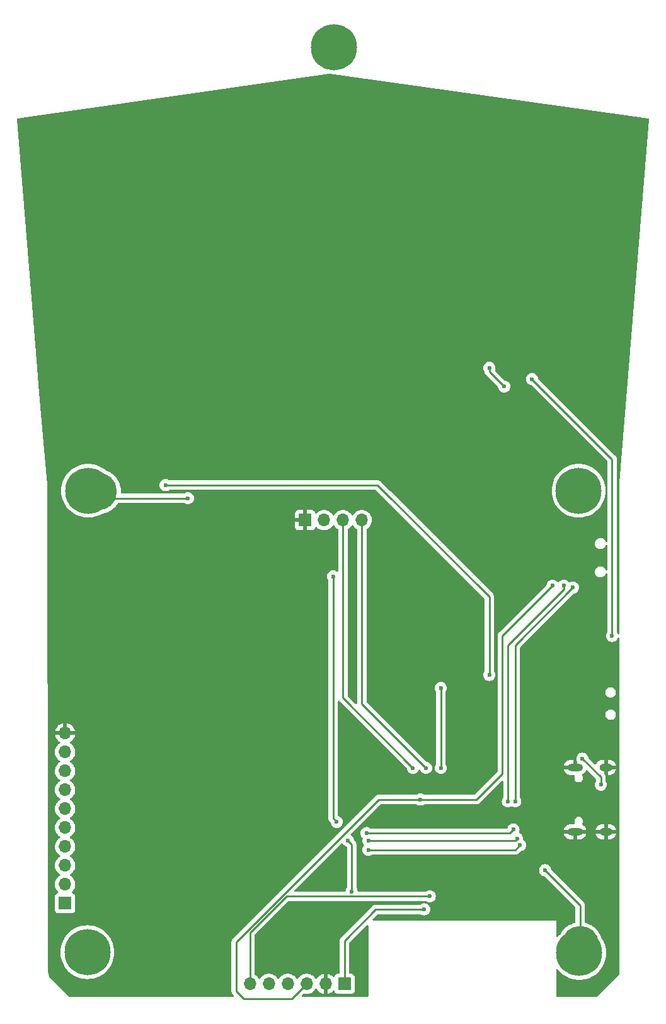
<source format=gbr>
%TF.GenerationSoftware,KiCad,Pcbnew,(6.99.0-1615-g403992a6f4-dirty)*%
%TF.CreationDate,2022-06-06T14:57:22-05:00*%
%TF.ProjectId,DeauthBottom,44656175-7468-4426-9f74-746f6d2e6b69,rev?*%
%TF.SameCoordinates,Original*%
%TF.FileFunction,Copper,L2,Bot*%
%TF.FilePolarity,Positive*%
%FSLAX46Y46*%
G04 Gerber Fmt 4.6, Leading zero omitted, Abs format (unit mm)*
G04 Created by KiCad (PCBNEW (6.99.0-1615-g403992a6f4-dirty)) date 2022-06-06 14:57:22*
%MOMM*%
%LPD*%
G01*
G04 APERTURE LIST*
%TA.AperFunction,ComponentPad*%
%ADD10C,6.200000*%
%TD*%
%TA.AperFunction,ComponentPad*%
%ADD11R,1.700000X1.700000*%
%TD*%
%TA.AperFunction,ComponentPad*%
%ADD12O,1.700000X1.700000*%
%TD*%
%TA.AperFunction,ComponentPad*%
%ADD13O,2.100000X1.000000*%
%TD*%
%TA.AperFunction,ComponentPad*%
%ADD14O,1.800000X1.000000*%
%TD*%
%TA.AperFunction,SMDPad,CuDef*%
%ADD15C,5.000000*%
%TD*%
%TA.AperFunction,ViaPad*%
%ADD16C,0.600000*%
%TD*%
%TA.AperFunction,Conductor*%
%ADD17C,0.250000*%
%TD*%
G04 APERTURE END LIST*
D10*
%TO.P,REF\u002A\u002A,1*%
%TO.N,N/C*%
X133600000Y-33400000D03*
%TD*%
%TO.P,J7,1,Pin_1*%
%TO.N,unconnected-(J7-Pin_1)*%
X166500000Y-93000000D03*
%TD*%
%TO.P,J5,1,Pin_1*%
%TO.N,unconnected-(J5-Pin_1)*%
X100600000Y-93000000D03*
%TD*%
%TO.P,J6,1,Pin_1*%
%TO.N,unconnected-(J6-Pin_1)*%
X166600000Y-155100000D03*
%TD*%
D11*
%TO.P,J3,1,Pin_1*%
%TO.N,1*%
X97499999Y-148424999D03*
D12*
%TO.P,J3,2,Pin_2*%
%TO.N,2*%
X97499999Y-145884999D03*
%TO.P,J3,3,Pin_3*%
%TO.N,3*%
X97499999Y-143344999D03*
%TO.P,J3,4,Pin_4*%
%TO.N,10*%
X97499999Y-140804999D03*
%TO.P,J3,5,Pin_5*%
%TO.N,9*%
X97499999Y-138264999D03*
%TO.P,J3,6,Pin_6*%
%TO.N,5*%
X97499999Y-135724999D03*
%TO.P,J3,7,Pin_7*%
%TO.N,7*%
X97499999Y-133184999D03*
%TO.P,J3,8,Pin_8*%
%TO.N,8*%
X97499999Y-130644999D03*
%TO.P,J3,9,Pin_9*%
%TO.N,6*%
X97499999Y-128104999D03*
%TO.P,J3,10,Pin_10*%
%TO.N,VSS*%
X97499999Y-125564999D03*
%TD*%
D13*
%TO.P,P1,S1,SHIELD*%
%TO.N,VSS*%
X166012499Y-138819999D03*
D14*
X170162499Y-138819999D03*
D13*
X166012499Y-130179999D03*
D14*
X170162499Y-130179999D03*
%TD*%
D11*
%TO.P,J2,1,Pin_1*%
%TO.N,VSS*%
X129749999Y-96949999D03*
D12*
%TO.P,J2,2,Pin_2*%
%TO.N,VCC*%
X132289999Y-96949999D03*
%TO.P,J2,3,Pin_3*%
%TO.N,/SCL*%
X134829999Y-96949999D03*
%TO.P,J2,4,Pin_4*%
%TO.N,/SDA*%
X137369999Y-96949999D03*
%TD*%
D10*
%TO.P,J8,1,Pin_1*%
%TO.N,unconnected-(J8-Pin_1)*%
X100500000Y-155000000D03*
%TD*%
D11*
%TO.P,J1,1,Pin_1*%
%TO.N,VCC*%
X135039999Y-159249999D03*
D12*
%TO.P,J1,2,Pin_2*%
%TO.N,VSS*%
X132499999Y-159249999D03*
%TO.P,J1,3,Pin_3*%
%TO.N,Up*%
X129959999Y-159249999D03*
%TO.P,J1,4,Pin_4*%
%TO.N,TX*%
X127419999Y-159249999D03*
%TO.P,J1,5,Pin_5*%
%TO.N,RX*%
X124879999Y-159249999D03*
%TO.P,J1,6,Pin_6*%
%TO.N,Reset*%
X122339999Y-159249999D03*
%TD*%
D15*
%TO.P,J10,1,Pin_1*%
%TO.N,Net-(J10-Pin_1)*%
X102000000Y-93125000D03*
%TD*%
%TO.P,J13,1,Pin_1*%
%TO.N,Net-(J13-Pin_1)*%
X166700000Y-154000000D03*
%TD*%
D16*
%TO.N,VBUS*%
X169500000Y-132500000D03*
X167000000Y-129000000D03*
%TO.N,VDDA*%
X154500000Y-117750000D03*
X111000000Y-92250000D03*
%TO.N,VSS*%
X161500000Y-150000000D03*
X167500000Y-147500000D03*
X156000000Y-65000000D03*
X108500000Y-73000000D03*
X169500000Y-102500000D03*
X170500000Y-151000000D03*
X162000000Y-146000000D03*
X170000000Y-127500000D03*
X160500000Y-121000000D03*
X111500000Y-95000000D03*
X154500000Y-123000000D03*
X166000000Y-121500000D03*
X144000000Y-61000000D03*
X152000000Y-117500000D03*
X132500000Y-149500000D03*
X166000000Y-128000000D03*
X166000000Y-104000000D03*
X164000000Y-114500000D03*
%TO.N,Buzzer*%
X148000000Y-130250000D03*
X148000000Y-119500000D03*
%TO.N,VCC*%
X160250000Y-78000000D03*
X171000000Y-112500000D03*
X145750000Y-149250000D03*
%TO.N,Reset*%
X146500000Y-147500000D03*
%TO.N,/SK6812*%
X135500000Y-140000000D03*
X134000000Y-137500000D03*
X136000000Y-146875500D03*
X133500000Y-104500000D03*
%TO.N,Net-(D4-DOUT)*%
X156500000Y-79000000D03*
X154500000Y-76500000D03*
%TO.N,Up*%
X145250000Y-134500000D03*
X163000000Y-105750000D03*
%TO.N,1*%
X158632078Y-140617922D03*
X138250000Y-141250000D03*
%TO.N,2*%
X138250000Y-140000000D03*
X158250000Y-139750000D03*
%TO.N,3*%
X138000000Y-139000000D03*
X157750000Y-138500000D03*
%TO.N,Net-(J10-Pin_1)*%
X114000000Y-94000000D03*
%TO.N,/SCL*%
X144250000Y-130250000D03*
%TO.N,/SDA*%
X146000000Y-130250000D03*
%TO.N,Net-(J13-Pin_1)*%
X162000000Y-144000000D03*
%TO.N,Down*%
X165750000Y-106000000D03*
X158000000Y-134750000D03*
%TO.N,Center*%
X157000000Y-134750000D03*
X164500000Y-105750000D03*
%TD*%
D17*
%TO.N,VBUS*%
X169500000Y-132500000D02*
X169500000Y-131500000D01*
X169500000Y-131500000D02*
X167000000Y-129000000D01*
%TO.N,VDDA*%
X154500000Y-117750000D02*
X154500000Y-107250000D01*
X139500000Y-92250000D02*
X111000000Y-92250000D01*
X154500000Y-107250000D02*
X139500000Y-92250000D01*
%TO.N,Buzzer*%
X148000000Y-119500000D02*
X148000000Y-130250000D01*
%TO.N,VCC*%
X171000000Y-112500000D02*
X171000000Y-88750000D01*
X145750000Y-149250000D02*
X139250000Y-149250000D01*
X139250000Y-149250000D02*
X135040000Y-153460000D01*
X135040000Y-153460000D02*
X135040000Y-159250000D01*
X171000000Y-88750000D02*
X160250000Y-78000000D01*
%TO.N,Reset*%
X122340000Y-152410000D02*
X122340000Y-159250000D01*
X146500000Y-147500000D02*
X127250000Y-147500000D01*
X127250000Y-147500000D02*
X122340000Y-152410000D01*
%TO.N,/SK6812*%
X136000000Y-146875500D02*
X136000000Y-140500000D01*
X136000000Y-140500000D02*
X135500000Y-140000000D01*
X133500000Y-137000000D02*
X134000000Y-137500000D01*
X133500000Y-104500000D02*
X133500000Y-137000000D01*
%TO.N,Net-(D4-DOUT)*%
X154500000Y-77000000D02*
X156500000Y-79000000D01*
X154500000Y-76500000D02*
X154500000Y-77000000D01*
%TO.N,Up*%
X163000000Y-105750000D02*
X156250000Y-112500000D01*
X156250000Y-131000000D02*
X152750000Y-134500000D01*
X120500000Y-160250000D02*
X120500000Y-153614283D01*
X152750000Y-134500000D02*
X145250000Y-134500000D01*
X120500000Y-153614283D02*
X139614283Y-134500000D01*
X139614283Y-134500000D02*
X145250000Y-134500000D01*
X127960000Y-161250000D02*
X121500000Y-161250000D01*
X121500000Y-161250000D02*
X120500000Y-160250000D01*
X156250000Y-112500000D02*
X156250000Y-131000000D01*
X129960000Y-159250000D02*
X127960000Y-161250000D01*
%TO.N,1*%
X138250000Y-141250000D02*
X158000000Y-141250000D01*
X158000000Y-141250000D02*
X158632078Y-140617922D01*
%TO.N,2*%
X138250000Y-140000000D02*
X158000000Y-140000000D01*
X158000000Y-140000000D02*
X158250000Y-139750000D01*
%TO.N,3*%
X157250000Y-139000000D02*
X157750000Y-138500000D01*
X138000000Y-139000000D02*
X157250000Y-139000000D01*
%TO.N,Net-(J10-Pin_1)*%
X114000000Y-94000000D02*
X104024511Y-94000000D01*
X104024511Y-94000000D02*
X104024511Y-93125000D01*
%TO.N,/SCL*%
X144250000Y-130250000D02*
X134830000Y-120830000D01*
X134830000Y-120830000D02*
X134830000Y-96950000D01*
%TO.N,/SDA*%
X137370000Y-121620000D02*
X137370000Y-96950000D01*
X146000000Y-130250000D02*
X137370000Y-121620000D01*
%TO.N,Net-(J13-Pin_1)*%
X166700000Y-148700000D02*
X166700000Y-151675489D01*
X162000000Y-144000000D02*
X166700000Y-148700000D01*
%TO.N,Down*%
X165750000Y-106000000D02*
X158000000Y-113750000D01*
X158000000Y-113750000D02*
X158000000Y-134750000D01*
%TO.N,Center*%
X164500000Y-106250000D02*
X164500000Y-105750000D01*
X157000000Y-134750000D02*
X157000000Y-113750000D01*
X157000000Y-113750000D02*
X164500000Y-106250000D01*
%TD*%
%TA.AperFunction,Conductor*%
%TO.N,VSS*%
G36*
X175882149Y-42983556D02*
G01*
X175946852Y-43012780D01*
X175985483Y-43072346D01*
X175990318Y-43118599D01*
X172007864Y-91903665D01*
X172000000Y-92000000D01*
X172000000Y-112168323D01*
X171979998Y-112236444D01*
X171926342Y-112282937D01*
X171856068Y-112293041D01*
X171791488Y-112263547D01*
X171755071Y-112209938D01*
X171740509Y-112168323D01*
X171733043Y-112146985D01*
X171652813Y-112019300D01*
X171633500Y-111952264D01*
X171633500Y-88828767D01*
X171634027Y-88817584D01*
X171635702Y-88810091D01*
X171633562Y-88742000D01*
X171633500Y-88738043D01*
X171633500Y-88710144D01*
X171632996Y-88706153D01*
X171632063Y-88694311D01*
X171630923Y-88658036D01*
X171630674Y-88650111D01*
X171628462Y-88642497D01*
X171628461Y-88642492D01*
X171625023Y-88630659D01*
X171621012Y-88611295D01*
X171619467Y-88599064D01*
X171618474Y-88591203D01*
X171615557Y-88583836D01*
X171615556Y-88583831D01*
X171602198Y-88550092D01*
X171598354Y-88538865D01*
X171588230Y-88504022D01*
X171586018Y-88496407D01*
X171575707Y-88478972D01*
X171567012Y-88461224D01*
X171559552Y-88442383D01*
X171533564Y-88406613D01*
X171527048Y-88396693D01*
X171508580Y-88365465D01*
X171508578Y-88365462D01*
X171504542Y-88358638D01*
X171490221Y-88344317D01*
X171477380Y-88329283D01*
X171470131Y-88319306D01*
X171465472Y-88312893D01*
X171431395Y-88284702D01*
X171422616Y-88276712D01*
X161084344Y-77938439D01*
X161050318Y-77876127D01*
X161048231Y-77863452D01*
X161044009Y-77825980D01*
X161044009Y-77825978D01*
X161043217Y-77818953D01*
X160983043Y-77646985D01*
X160886111Y-77492719D01*
X160757281Y-77363889D01*
X160732300Y-77348192D01*
X160609007Y-77270722D01*
X160603015Y-77266957D01*
X160431047Y-77206783D01*
X160424020Y-77205991D01*
X160424019Y-77205991D01*
X160257029Y-77187176D01*
X160250000Y-77186384D01*
X160242971Y-77187176D01*
X160075981Y-77205991D01*
X160075980Y-77205991D01*
X160068953Y-77206783D01*
X159896985Y-77266957D01*
X159890993Y-77270722D01*
X159767701Y-77348192D01*
X159742719Y-77363889D01*
X159613889Y-77492719D01*
X159516957Y-77646985D01*
X159456783Y-77818953D01*
X159436384Y-78000000D01*
X159456783Y-78181047D01*
X159516957Y-78353015D01*
X159613889Y-78507281D01*
X159742719Y-78636111D01*
X159896985Y-78733043D01*
X160068953Y-78793217D01*
X160075978Y-78794008D01*
X160075980Y-78794009D01*
X160113453Y-78798231D01*
X160178906Y-78825735D01*
X160188440Y-78834344D01*
X170329595Y-88975500D01*
X170363621Y-89037812D01*
X170366500Y-89064595D01*
X170366500Y-99789196D01*
X170346498Y-99857317D01*
X170292842Y-99903810D01*
X170222568Y-99913914D01*
X170157988Y-99884420D01*
X170124805Y-99839102D01*
X170077286Y-99728939D01*
X170077284Y-99728936D01*
X170074377Y-99722196D01*
X169969610Y-99581470D01*
X169835214Y-99468698D01*
X169678433Y-99389960D01*
X169600937Y-99371593D01*
X169514857Y-99351191D01*
X169514855Y-99351191D01*
X169507721Y-99349500D01*
X169376291Y-99349500D01*
X169361824Y-99351191D01*
X169253032Y-99363907D01*
X169253030Y-99363907D01*
X169245745Y-99364759D01*
X169080883Y-99424763D01*
X168934304Y-99521170D01*
X168929270Y-99526505D01*
X168929266Y-99526509D01*
X168820677Y-99641608D01*
X168813908Y-99648782D01*
X168726188Y-99800719D01*
X168675870Y-99968790D01*
X168665669Y-100143935D01*
X168696135Y-100316711D01*
X168731752Y-100399281D01*
X168738723Y-100415441D01*
X168765623Y-100477804D01*
X168870390Y-100618530D01*
X169004786Y-100731302D01*
X169161567Y-100810040D01*
X169239063Y-100828407D01*
X169325143Y-100848809D01*
X169325145Y-100848809D01*
X169332279Y-100850500D01*
X169463709Y-100850500D01*
X169492620Y-100847121D01*
X169586968Y-100836093D01*
X169586970Y-100836093D01*
X169594255Y-100835241D01*
X169759117Y-100775237D01*
X169905696Y-100678830D01*
X169910730Y-100673495D01*
X169910734Y-100673491D01*
X170021053Y-100556559D01*
X170026092Y-100551218D01*
X170113812Y-100399281D01*
X170119793Y-100379304D01*
X170158492Y-100319782D01*
X170223228Y-100290630D01*
X170293448Y-100301106D01*
X170346857Y-100347882D01*
X170366500Y-100415441D01*
X170366500Y-103589196D01*
X170346498Y-103657317D01*
X170292842Y-103703810D01*
X170222568Y-103713914D01*
X170157988Y-103684420D01*
X170124805Y-103639102D01*
X170077286Y-103528939D01*
X170077284Y-103528936D01*
X170074377Y-103522196D01*
X169969610Y-103381470D01*
X169835214Y-103268698D01*
X169678433Y-103189960D01*
X169600937Y-103171593D01*
X169514857Y-103151191D01*
X169514855Y-103151191D01*
X169507721Y-103149500D01*
X169376291Y-103149500D01*
X169361824Y-103151191D01*
X169253032Y-103163907D01*
X169253030Y-103163907D01*
X169245745Y-103164759D01*
X169080883Y-103224763D01*
X168934304Y-103321170D01*
X168929270Y-103326505D01*
X168929266Y-103326509D01*
X168820677Y-103441608D01*
X168813908Y-103448782D01*
X168726188Y-103600719D01*
X168675870Y-103768790D01*
X168675444Y-103776110D01*
X168675443Y-103776114D01*
X168670471Y-103861491D01*
X168665669Y-103943935D01*
X168696135Y-104116711D01*
X168731752Y-104199281D01*
X168738723Y-104215441D01*
X168765623Y-104277804D01*
X168870390Y-104418530D01*
X169004786Y-104531302D01*
X169161567Y-104610040D01*
X169239063Y-104628407D01*
X169325143Y-104648809D01*
X169325145Y-104648809D01*
X169332279Y-104650500D01*
X169463709Y-104650500D01*
X169492620Y-104647121D01*
X169586968Y-104636093D01*
X169586970Y-104636093D01*
X169594255Y-104635241D01*
X169759117Y-104575237D01*
X169905696Y-104478830D01*
X169910730Y-104473495D01*
X169910734Y-104473491D01*
X170021053Y-104356559D01*
X170026092Y-104351218D01*
X170113812Y-104199281D01*
X170119793Y-104179304D01*
X170158492Y-104119782D01*
X170223228Y-104090630D01*
X170293448Y-104101106D01*
X170346857Y-104147882D01*
X170366500Y-104215441D01*
X170366500Y-111952264D01*
X170347187Y-112019300D01*
X170266957Y-112146985D01*
X170206783Y-112318953D01*
X170186384Y-112500000D01*
X170206783Y-112681047D01*
X170266957Y-112853015D01*
X170363889Y-113007281D01*
X170492719Y-113136111D01*
X170646985Y-113233043D01*
X170818953Y-113293217D01*
X170825980Y-113294009D01*
X170825981Y-113294009D01*
X170992971Y-113312824D01*
X171000000Y-113313616D01*
X171007029Y-113312824D01*
X171174019Y-113294009D01*
X171174020Y-113294009D01*
X171181047Y-113293217D01*
X171353015Y-113233043D01*
X171507281Y-113136111D01*
X171636111Y-113007281D01*
X171733043Y-112853015D01*
X171755071Y-112790062D01*
X171796449Y-112732370D01*
X171862449Y-112706208D01*
X171932117Y-112719881D01*
X171983333Y-112769048D01*
X172000000Y-112831677D01*
X172000000Y-157730964D01*
X171998775Y-157748494D01*
X171974649Y-157920223D01*
X171973815Y-157926156D01*
X171971474Y-157938387D01*
X171963040Y-157973079D01*
X171950868Y-158023142D01*
X171917530Y-158082470D01*
X169036905Y-160963095D01*
X168974593Y-160997121D01*
X168947810Y-161000000D01*
X163626000Y-161000000D01*
X163557879Y-160979998D01*
X163511386Y-160926342D01*
X163500000Y-160874000D01*
X163500000Y-157361594D01*
X163520002Y-157293473D01*
X163573658Y-157246980D01*
X163643932Y-157236876D01*
X163708512Y-157266370D01*
X163723920Y-157282300D01*
X163914682Y-157517871D01*
X164182129Y-157785318D01*
X164476066Y-158023344D01*
X164478841Y-158025146D01*
X164641596Y-158130840D01*
X164793274Y-158229341D01*
X164796208Y-158230836D01*
X164796215Y-158230840D01*
X165008762Y-158339138D01*
X165130277Y-158401053D01*
X165225100Y-158437452D01*
X165479235Y-158535005D01*
X165483382Y-158536597D01*
X165848721Y-158634489D01*
X166047158Y-158665918D01*
X166219043Y-158693143D01*
X166219051Y-158693144D01*
X166222291Y-158693657D01*
X166600000Y-158713452D01*
X166977709Y-158693657D01*
X166980949Y-158693144D01*
X166980957Y-158693143D01*
X167152842Y-158665918D01*
X167351279Y-158634489D01*
X167716618Y-158536597D01*
X167720766Y-158535005D01*
X167974900Y-158437452D01*
X168069723Y-158401053D01*
X168191238Y-158339138D01*
X168403785Y-158230840D01*
X168403792Y-158230836D01*
X168406726Y-158229341D01*
X168558405Y-158130840D01*
X168721159Y-158025146D01*
X168723934Y-158023344D01*
X169017871Y-157785318D01*
X169285318Y-157517871D01*
X169523344Y-157223934D01*
X169624374Y-157068361D01*
X169727543Y-156909495D01*
X169727545Y-156909492D01*
X169729341Y-156906726D01*
X169781793Y-156803785D01*
X169899555Y-156572663D01*
X169901053Y-156569723D01*
X170036597Y-156216618D01*
X170134489Y-155851279D01*
X170193657Y-155477709D01*
X170213452Y-155100000D01*
X170193657Y-154722291D01*
X170177819Y-154622291D01*
X170135005Y-154351982D01*
X170134489Y-154348721D01*
X170036597Y-153983382D01*
X169901053Y-153630277D01*
X169886705Y-153602118D01*
X169730840Y-153296215D01*
X169730836Y-153296208D01*
X169729341Y-153293274D01*
X169722658Y-153282982D01*
X169611047Y-153111117D01*
X169552750Y-153021348D01*
X169537717Y-152988862D01*
X169532908Y-152972798D01*
X169532907Y-152972795D01*
X169531857Y-152969288D01*
X169393050Y-152647499D01*
X169356796Y-152584704D01*
X169219657Y-152347173D01*
X169219656Y-152347172D01*
X169217825Y-152344000D01*
X169018795Y-152076656D01*
X169010737Y-152065832D01*
X169010735Y-152065830D01*
X169008551Y-152062896D01*
X168768057Y-151807988D01*
X168765249Y-151805632D01*
X168765245Y-151805628D01*
X168502412Y-151585084D01*
X168502411Y-151585083D01*
X168499597Y-151582722D01*
X168321386Y-151465511D01*
X168209855Y-151392156D01*
X168209851Y-151392154D01*
X168206800Y-151390147D01*
X168203533Y-151388506D01*
X167896896Y-151234507D01*
X167896892Y-151234505D01*
X167893626Y-151232865D01*
X167564310Y-151113004D01*
X167560740Y-151112158D01*
X167560737Y-151112157D01*
X167430443Y-151081277D01*
X167368771Y-151046104D01*
X167335905Y-150983173D01*
X167333500Y-150958673D01*
X167333500Y-148778768D01*
X167334027Y-148767585D01*
X167335702Y-148760092D01*
X167335419Y-148751069D01*
X167333562Y-148692002D01*
X167333500Y-148688044D01*
X167333500Y-148660144D01*
X167332996Y-148656153D01*
X167332063Y-148644311D01*
X167331662Y-148631526D01*
X167330674Y-148600111D01*
X167328462Y-148592497D01*
X167328461Y-148592492D01*
X167325023Y-148580659D01*
X167321012Y-148561295D01*
X167319467Y-148549064D01*
X167318474Y-148541203D01*
X167315557Y-148533836D01*
X167315556Y-148533831D01*
X167302198Y-148500092D01*
X167298354Y-148488865D01*
X167296232Y-148481561D01*
X167286018Y-148446407D01*
X167275707Y-148428972D01*
X167267012Y-148411224D01*
X167259552Y-148392383D01*
X167233564Y-148356613D01*
X167227048Y-148346693D01*
X167208580Y-148315465D01*
X167208578Y-148315462D01*
X167204542Y-148308638D01*
X167190221Y-148294317D01*
X167177380Y-148279283D01*
X167170131Y-148269306D01*
X167165472Y-148262893D01*
X167131395Y-148234702D01*
X167122616Y-148226712D01*
X162834344Y-143938439D01*
X162800318Y-143876127D01*
X162798231Y-143863452D01*
X162794009Y-143825980D01*
X162794009Y-143825978D01*
X162793217Y-143818953D01*
X162733043Y-143646985D01*
X162636111Y-143492719D01*
X162507281Y-143363889D01*
X162477220Y-143345000D01*
X162359007Y-143270722D01*
X162353015Y-143266957D01*
X162181047Y-143206783D01*
X162174020Y-143205991D01*
X162174019Y-143205991D01*
X162007029Y-143187176D01*
X162000000Y-143186384D01*
X161992971Y-143187176D01*
X161825981Y-143205991D01*
X161825980Y-143205991D01*
X161818953Y-143206783D01*
X161646985Y-143266957D01*
X161640993Y-143270722D01*
X161522781Y-143345000D01*
X161492719Y-143363889D01*
X161363889Y-143492719D01*
X161266957Y-143646985D01*
X161206783Y-143818953D01*
X161186384Y-144000000D01*
X161206783Y-144181047D01*
X161266957Y-144353015D01*
X161363889Y-144507281D01*
X161492719Y-144636111D01*
X161646985Y-144733043D01*
X161818953Y-144793217D01*
X161825978Y-144794008D01*
X161825980Y-144794009D01*
X161863453Y-144798231D01*
X161928906Y-144825735D01*
X161938440Y-144834344D01*
X166029595Y-148925500D01*
X166063621Y-148987812D01*
X166066500Y-149014595D01*
X166066500Y-150958673D01*
X166046498Y-151026794D01*
X165992842Y-151073287D01*
X165969557Y-151081277D01*
X165839263Y-151112157D01*
X165839260Y-151112158D01*
X165835690Y-151113004D01*
X165506374Y-151232865D01*
X165503108Y-151234505D01*
X165503104Y-151234507D01*
X165196467Y-151388506D01*
X165193200Y-151390147D01*
X165190149Y-151392154D01*
X165190145Y-151392156D01*
X165078614Y-151465511D01*
X164900403Y-151582722D01*
X164897589Y-151585083D01*
X164897588Y-151585084D01*
X164634755Y-151805628D01*
X164634751Y-151805632D01*
X164631943Y-151807988D01*
X164391449Y-152062896D01*
X164389265Y-152065830D01*
X164389263Y-152065832D01*
X164381205Y-152076656D01*
X164182175Y-152344000D01*
X164180344Y-152347172D01*
X164180343Y-152347173D01*
X164093978Y-152496762D01*
X164073954Y-152522857D01*
X163914682Y-152682129D01*
X163788131Y-152838406D01*
X163723920Y-152917700D01*
X163665506Y-152958052D01*
X163594549Y-152960418D01*
X163533577Y-152924045D01*
X163501949Y-152860482D01*
X163500000Y-152838406D01*
X163500000Y-150750000D01*
X138950095Y-150750000D01*
X138881974Y-150729998D01*
X138835481Y-150676342D01*
X138825377Y-150606068D01*
X138854871Y-150541488D01*
X138861000Y-150534905D01*
X139475500Y-149920405D01*
X139537812Y-149886379D01*
X139564595Y-149883500D01*
X145202264Y-149883500D01*
X145269300Y-149902813D01*
X145396985Y-149983043D01*
X145568953Y-150043217D01*
X145575980Y-150044009D01*
X145575981Y-150044009D01*
X145742971Y-150062824D01*
X145750000Y-150063616D01*
X145757029Y-150062824D01*
X145924019Y-150044009D01*
X145924020Y-150044009D01*
X145931047Y-150043217D01*
X146103015Y-149983043D01*
X146257281Y-149886111D01*
X146386111Y-149757281D01*
X146483043Y-149603015D01*
X146543217Y-149431047D01*
X146563616Y-149250000D01*
X146543217Y-149068953D01*
X146483043Y-148896985D01*
X146436664Y-148823173D01*
X146389878Y-148748714D01*
X146386111Y-148742719D01*
X146257281Y-148613889D01*
X146235354Y-148600111D01*
X146109007Y-148520722D01*
X146103015Y-148516957D01*
X145931047Y-148456783D01*
X145924020Y-148455991D01*
X145924019Y-148455991D01*
X145757029Y-148437176D01*
X145750000Y-148436384D01*
X145742971Y-148437176D01*
X145575981Y-148455991D01*
X145575980Y-148455991D01*
X145568953Y-148456783D01*
X145396985Y-148516957D01*
X145390993Y-148520722D01*
X145269300Y-148597187D01*
X145202264Y-148616500D01*
X139328767Y-148616500D01*
X139317584Y-148615973D01*
X139310091Y-148614298D01*
X139302165Y-148614547D01*
X139302164Y-148614547D01*
X139242014Y-148616438D01*
X139238055Y-148616500D01*
X139210144Y-148616500D01*
X139206210Y-148616997D01*
X139206209Y-148616997D01*
X139206144Y-148617005D01*
X139194307Y-148617938D01*
X139163788Y-148618897D01*
X139158029Y-148619078D01*
X139150110Y-148619327D01*
X139132454Y-148624456D01*
X139130658Y-148624978D01*
X139111306Y-148628986D01*
X139104235Y-148629880D01*
X139091203Y-148631526D01*
X139083834Y-148634443D01*
X139083832Y-148634444D01*
X139050097Y-148647800D01*
X139038869Y-148651645D01*
X138996407Y-148663982D01*
X138989584Y-148668017D01*
X138989582Y-148668018D01*
X138978972Y-148674293D01*
X138961224Y-148682988D01*
X138942383Y-148690448D01*
X138935967Y-148695110D01*
X138935966Y-148695110D01*
X138906613Y-148716436D01*
X138896693Y-148722952D01*
X138865465Y-148741420D01*
X138865462Y-148741422D01*
X138858638Y-148745458D01*
X138844317Y-148759779D01*
X138829284Y-148772619D01*
X138812893Y-148784528D01*
X138807842Y-148790634D01*
X138784702Y-148818605D01*
X138776712Y-148827384D01*
X134647747Y-152956348D01*
X134639461Y-152963888D01*
X134632982Y-152968000D01*
X134627557Y-152973777D01*
X134586357Y-153017651D01*
X134583602Y-153020493D01*
X134563865Y-153040230D01*
X134561385Y-153043427D01*
X134553682Y-153052447D01*
X134523414Y-153084679D01*
X134519595Y-153091625D01*
X134519593Y-153091628D01*
X134513652Y-153102434D01*
X134502801Y-153118953D01*
X134490386Y-153134959D01*
X134487241Y-153142228D01*
X134487238Y-153142232D01*
X134472826Y-153175537D01*
X134467609Y-153186187D01*
X134446305Y-153224940D01*
X134444334Y-153232615D01*
X134444334Y-153232616D01*
X134441267Y-153244562D01*
X134434863Y-153263266D01*
X134426819Y-153281855D01*
X134425580Y-153289678D01*
X134425577Y-153289688D01*
X134419901Y-153325524D01*
X134417495Y-153337144D01*
X134408474Y-153372282D01*
X134406500Y-153379970D01*
X134406500Y-153400224D01*
X134404949Y-153419934D01*
X134401780Y-153439943D01*
X134402526Y-153447835D01*
X134405941Y-153483961D01*
X134406500Y-153495819D01*
X134406500Y-157765500D01*
X134386498Y-157833621D01*
X134332842Y-157880114D01*
X134280500Y-157891500D01*
X134141362Y-157891500D01*
X134138015Y-157891860D01*
X134138012Y-157891860D01*
X134117705Y-157894043D01*
X134080799Y-157898011D01*
X133943796Y-157949111D01*
X133936584Y-157954510D01*
X133936582Y-157954511D01*
X133875863Y-157999965D01*
X133826739Y-158036739D01*
X133821341Y-158043950D01*
X133753360Y-158134762D01*
X133739111Y-158153796D01*
X133735963Y-158162237D01*
X133694805Y-158272584D01*
X133652258Y-158329419D01*
X133585737Y-158354230D01*
X133516363Y-158339138D01*
X133484047Y-158313888D01*
X133426425Y-158251294D01*
X133418789Y-158244263D01*
X133249411Y-158112431D01*
X133240718Y-158106752D01*
X133051957Y-158004599D01*
X133042440Y-158000425D01*
X132839443Y-157930736D01*
X132829373Y-157928185D01*
X132771867Y-157918589D01*
X132758352Y-157920223D01*
X132754000Y-157934449D01*
X132754000Y-160566277D01*
X132757836Y-160579340D01*
X132772584Y-160581291D01*
X132829373Y-160571815D01*
X132839443Y-160569264D01*
X133042440Y-160499575D01*
X133051957Y-160495401D01*
X133240718Y-160393248D01*
X133249411Y-160387569D01*
X133418789Y-160255737D01*
X133426425Y-160248706D01*
X133484047Y-160186112D01*
X133544900Y-160149541D01*
X133615865Y-160151674D01*
X133674410Y-160191836D01*
X133694805Y-160227416D01*
X133739111Y-160346204D01*
X133744510Y-160353416D01*
X133744511Y-160353418D01*
X133772786Y-160391189D01*
X133826739Y-160463261D01*
X133833950Y-160468659D01*
X133927630Y-160538787D01*
X133943796Y-160550889D01*
X134080799Y-160601989D01*
X134117705Y-160605957D01*
X134138012Y-160608140D01*
X134138015Y-160608140D01*
X134141362Y-160608500D01*
X135938638Y-160608500D01*
X135941985Y-160608140D01*
X135941988Y-160608140D01*
X135962295Y-160605957D01*
X135999201Y-160601989D01*
X136136204Y-160550889D01*
X136152371Y-160538787D01*
X136246050Y-160468659D01*
X136253261Y-160463261D01*
X136307214Y-160391189D01*
X136335489Y-160353418D01*
X136335490Y-160353416D01*
X136340889Y-160346204D01*
X136391989Y-160209201D01*
X136398500Y-160148638D01*
X136398500Y-158351362D01*
X136391989Y-158290799D01*
X136340889Y-158153796D01*
X136326641Y-158134762D01*
X136258659Y-158043950D01*
X136253261Y-158036739D01*
X136204137Y-157999965D01*
X136143418Y-157954511D01*
X136143416Y-157954510D01*
X136136204Y-157949111D01*
X135999201Y-157898011D01*
X135962295Y-157894043D01*
X135941988Y-157891860D01*
X135941985Y-157891860D01*
X135938638Y-157891500D01*
X135799500Y-157891500D01*
X135731379Y-157871498D01*
X135684886Y-157817842D01*
X135673500Y-157765500D01*
X135673500Y-153774594D01*
X135693502Y-153706473D01*
X135710405Y-153685499D01*
X138034905Y-151361000D01*
X138097217Y-151326974D01*
X138168033Y-151332039D01*
X138224868Y-151374586D01*
X138249679Y-151441106D01*
X138250000Y-151450095D01*
X138250000Y-160874000D01*
X138229998Y-160942121D01*
X138176342Y-160988614D01*
X138124000Y-161000000D01*
X129410095Y-161000000D01*
X129341974Y-160979998D01*
X129295481Y-160926342D01*
X129285377Y-160856068D01*
X129314871Y-160791488D01*
X129321000Y-160784905D01*
X129502559Y-160603346D01*
X129564871Y-160569320D01*
X129621995Y-160570287D01*
X129625365Y-160571444D01*
X129756863Y-160593387D01*
X129842294Y-160607643D01*
X129842296Y-160607643D01*
X129847431Y-160608500D01*
X130072569Y-160608500D01*
X130077704Y-160607643D01*
X130077706Y-160607643D01*
X130289496Y-160572302D01*
X130289501Y-160572301D01*
X130294635Y-160571444D01*
X130507574Y-160498342D01*
X130555201Y-160472568D01*
X130700995Y-160393668D01*
X130705576Y-160391189D01*
X130883240Y-160252906D01*
X130958426Y-160171233D01*
X131032194Y-160091101D01*
X131032197Y-160091097D01*
X131035722Y-160087268D01*
X131124816Y-159950899D01*
X131178820Y-159904811D01*
X131249168Y-159895236D01*
X131313525Y-159925214D01*
X131335782Y-159950899D01*
X131421823Y-160082593D01*
X131428210Y-160090799D01*
X131573568Y-160248700D01*
X131581211Y-160255737D01*
X131750589Y-160387569D01*
X131759282Y-160393248D01*
X131948043Y-160495401D01*
X131957560Y-160499575D01*
X132160557Y-160569264D01*
X132170627Y-160571815D01*
X132228133Y-160581411D01*
X132241648Y-160579777D01*
X132246000Y-160565551D01*
X132246000Y-157933723D01*
X132242164Y-157920660D01*
X132227416Y-157918709D01*
X132170627Y-157928185D01*
X132160557Y-157930736D01*
X131957560Y-158000425D01*
X131948043Y-158004599D01*
X131759282Y-158106752D01*
X131750589Y-158112431D01*
X131581211Y-158244263D01*
X131573568Y-158251300D01*
X131428210Y-158409201D01*
X131421823Y-158417407D01*
X131335782Y-158549101D01*
X131281778Y-158595189D01*
X131211430Y-158604764D01*
X131147073Y-158574786D01*
X131124816Y-158549101D01*
X131124517Y-158548643D01*
X131035722Y-158412732D01*
X131032197Y-158408903D01*
X131032194Y-158408899D01*
X130886772Y-158250931D01*
X130883240Y-158247094D01*
X130747144Y-158141165D01*
X130709689Y-158112012D01*
X130709687Y-158112010D01*
X130705576Y-158108811D01*
X130585723Y-158043950D01*
X130512159Y-158004139D01*
X130512156Y-158004138D01*
X130507574Y-158001658D01*
X130294635Y-157928556D01*
X130289501Y-157927699D01*
X130289496Y-157927698D01*
X130077706Y-157892357D01*
X130077704Y-157892357D01*
X130072569Y-157891500D01*
X129847431Y-157891500D01*
X129842296Y-157892357D01*
X129842294Y-157892357D01*
X129630504Y-157927698D01*
X129630499Y-157927699D01*
X129625365Y-157928556D01*
X129412426Y-158001658D01*
X129407844Y-158004138D01*
X129407841Y-158004139D01*
X129334277Y-158043950D01*
X129214424Y-158108811D01*
X129210313Y-158112010D01*
X129210311Y-158112012D01*
X129172856Y-158141165D01*
X129036760Y-158247094D01*
X129033228Y-158250931D01*
X128887806Y-158408899D01*
X128887803Y-158408903D01*
X128884278Y-158412732D01*
X128881427Y-158417096D01*
X128795483Y-158548643D01*
X128741479Y-158594732D01*
X128671132Y-158604307D01*
X128606774Y-158574330D01*
X128584517Y-158548643D01*
X128498573Y-158417096D01*
X128495722Y-158412732D01*
X128492197Y-158408903D01*
X128492194Y-158408899D01*
X128346772Y-158250931D01*
X128343240Y-158247094D01*
X128207144Y-158141165D01*
X128169689Y-158112012D01*
X128169687Y-158112010D01*
X128165576Y-158108811D01*
X128045723Y-158043950D01*
X127972159Y-158004139D01*
X127972156Y-158004138D01*
X127967574Y-158001658D01*
X127754635Y-157928556D01*
X127749501Y-157927699D01*
X127749496Y-157927698D01*
X127537706Y-157892357D01*
X127537704Y-157892357D01*
X127532569Y-157891500D01*
X127307431Y-157891500D01*
X127302296Y-157892357D01*
X127302294Y-157892357D01*
X127090504Y-157927698D01*
X127090499Y-157927699D01*
X127085365Y-157928556D01*
X126872426Y-158001658D01*
X126867844Y-158004138D01*
X126867841Y-158004139D01*
X126794277Y-158043950D01*
X126674424Y-158108811D01*
X126670313Y-158112010D01*
X126670311Y-158112012D01*
X126632856Y-158141165D01*
X126496760Y-158247094D01*
X126493228Y-158250931D01*
X126347806Y-158408899D01*
X126347803Y-158408903D01*
X126344278Y-158412732D01*
X126341427Y-158417096D01*
X126255483Y-158548643D01*
X126201479Y-158594732D01*
X126131132Y-158604307D01*
X126066774Y-158574330D01*
X126044517Y-158548643D01*
X125958573Y-158417096D01*
X125955722Y-158412732D01*
X125952197Y-158408903D01*
X125952194Y-158408899D01*
X125806772Y-158250931D01*
X125803240Y-158247094D01*
X125667144Y-158141165D01*
X125629689Y-158112012D01*
X125629687Y-158112010D01*
X125625576Y-158108811D01*
X125505723Y-158043950D01*
X125432159Y-158004139D01*
X125432156Y-158004138D01*
X125427574Y-158001658D01*
X125214635Y-157928556D01*
X125209501Y-157927699D01*
X125209496Y-157927698D01*
X124997706Y-157892357D01*
X124997704Y-157892357D01*
X124992569Y-157891500D01*
X124767431Y-157891500D01*
X124762296Y-157892357D01*
X124762294Y-157892357D01*
X124550504Y-157927698D01*
X124550499Y-157927699D01*
X124545365Y-157928556D01*
X124332426Y-158001658D01*
X124327844Y-158004138D01*
X124327841Y-158004139D01*
X124254277Y-158043950D01*
X124134424Y-158108811D01*
X124130313Y-158112010D01*
X124130311Y-158112012D01*
X124092856Y-158141165D01*
X123956760Y-158247094D01*
X123953228Y-158250931D01*
X123807806Y-158408899D01*
X123807803Y-158408903D01*
X123804278Y-158412732D01*
X123801427Y-158417096D01*
X123715483Y-158548643D01*
X123661479Y-158594732D01*
X123591132Y-158604307D01*
X123526774Y-158574330D01*
X123504517Y-158548643D01*
X123418573Y-158417096D01*
X123415722Y-158412732D01*
X123412197Y-158408903D01*
X123412194Y-158408899D01*
X123266772Y-158250931D01*
X123263240Y-158247094D01*
X123127144Y-158141165D01*
X123089689Y-158112012D01*
X123089687Y-158112010D01*
X123085576Y-158108811D01*
X123039531Y-158083893D01*
X122989140Y-158033880D01*
X122973500Y-157973079D01*
X122973500Y-152724594D01*
X122993502Y-152656473D01*
X123010405Y-152635499D01*
X127475499Y-148170405D01*
X127537811Y-148136379D01*
X127564594Y-148133500D01*
X145952264Y-148133500D01*
X146019300Y-148152813D01*
X146146985Y-148233043D01*
X146318953Y-148293217D01*
X146325980Y-148294009D01*
X146325981Y-148294009D01*
X146492971Y-148312824D01*
X146500000Y-148313616D01*
X146507029Y-148312824D01*
X146674019Y-148294009D01*
X146674020Y-148294009D01*
X146681047Y-148293217D01*
X146853015Y-148233043D01*
X147007281Y-148136111D01*
X147136111Y-148007281D01*
X147233043Y-147853015D01*
X147293217Y-147681047D01*
X147313616Y-147500000D01*
X147293217Y-147318953D01*
X147233043Y-147146985D01*
X147136111Y-146992719D01*
X147007281Y-146863889D01*
X146979604Y-146846498D01*
X146859007Y-146770722D01*
X146853015Y-146766957D01*
X146681047Y-146706783D01*
X146674020Y-146705991D01*
X146674019Y-146705991D01*
X146533186Y-146690123D01*
X146500000Y-146686384D01*
X146466814Y-146690123D01*
X146325981Y-146705991D01*
X146325980Y-146705991D01*
X146318953Y-146706783D01*
X146146985Y-146766957D01*
X146140993Y-146770722D01*
X146019300Y-146847187D01*
X145952264Y-146866500D01*
X136925203Y-146866500D01*
X136857082Y-146846498D01*
X136810589Y-146792842D01*
X136799995Y-146754608D01*
X136794009Y-146701480D01*
X136794009Y-146701478D01*
X136793217Y-146694453D01*
X136733043Y-146522485D01*
X136652813Y-146394800D01*
X136633500Y-146327764D01*
X136633500Y-140578768D01*
X136634027Y-140567585D01*
X136635702Y-140560092D01*
X136633562Y-140492001D01*
X136633500Y-140488044D01*
X136633500Y-140460144D01*
X136632996Y-140456153D01*
X136632063Y-140444311D01*
X136632051Y-140443903D01*
X136630674Y-140400111D01*
X136628462Y-140392497D01*
X136628461Y-140392492D01*
X136625023Y-140380659D01*
X136621012Y-140361295D01*
X136619467Y-140349064D01*
X136618474Y-140341203D01*
X136615557Y-140333836D01*
X136615556Y-140333831D01*
X136602198Y-140300092D01*
X136598354Y-140288865D01*
X136588230Y-140254022D01*
X136586018Y-140246407D01*
X136575707Y-140228972D01*
X136567012Y-140211224D01*
X136559552Y-140192383D01*
X136533564Y-140156613D01*
X136527048Y-140146693D01*
X136508580Y-140115465D01*
X136508578Y-140115462D01*
X136504542Y-140108638D01*
X136490221Y-140094317D01*
X136477380Y-140079283D01*
X136470132Y-140069307D01*
X136465472Y-140062893D01*
X136431401Y-140034707D01*
X136422622Y-140026718D01*
X136334344Y-139938440D01*
X136300318Y-139876128D01*
X136298231Y-139863453D01*
X136294009Y-139825980D01*
X136294008Y-139825978D01*
X136293217Y-139818953D01*
X136233043Y-139646985D01*
X136136111Y-139492719D01*
X136007281Y-139363889D01*
X135919373Y-139308652D01*
X135872336Y-139255476D01*
X135861516Y-139185309D01*
X135890348Y-139120431D01*
X135897315Y-139112872D01*
X136010187Y-139000000D01*
X137186384Y-139000000D01*
X137187176Y-139007029D01*
X137199102Y-139112872D01*
X137206783Y-139181047D01*
X137266957Y-139353015D01*
X137270722Y-139359007D01*
X137300369Y-139406189D01*
X137363889Y-139507281D01*
X137457511Y-139600903D01*
X137491537Y-139663215D01*
X137487345Y-139731612D01*
X137456783Y-139818953D01*
X137436384Y-140000000D01*
X137437176Y-140007029D01*
X137453493Y-140151843D01*
X137456783Y-140181047D01*
X137516957Y-140353015D01*
X137520722Y-140359007D01*
X137604289Y-140492002D01*
X137613889Y-140507281D01*
X137642513Y-140535905D01*
X137676539Y-140598217D01*
X137671474Y-140669032D01*
X137642513Y-140714095D01*
X137613889Y-140742719D01*
X137516957Y-140896985D01*
X137456783Y-141068953D01*
X137436384Y-141250000D01*
X137437176Y-141257029D01*
X137454277Y-141408802D01*
X137456783Y-141431047D01*
X137516957Y-141603015D01*
X137520722Y-141609007D01*
X137566207Y-141681395D01*
X137613889Y-141757281D01*
X137742719Y-141886111D01*
X137896985Y-141983043D01*
X138068953Y-142043217D01*
X138075980Y-142044009D01*
X138075981Y-142044009D01*
X138242971Y-142062824D01*
X138250000Y-142063616D01*
X138257029Y-142062824D01*
X138424019Y-142044009D01*
X138424020Y-142044009D01*
X138431047Y-142043217D01*
X138603015Y-141983043D01*
X138730700Y-141902813D01*
X138797736Y-141883500D01*
X157921233Y-141883500D01*
X157932416Y-141884027D01*
X157939909Y-141885702D01*
X157947835Y-141885453D01*
X157947836Y-141885453D01*
X158007986Y-141883562D01*
X158011945Y-141883500D01*
X158039856Y-141883500D01*
X158043791Y-141883003D01*
X158043856Y-141882995D01*
X158055693Y-141882062D01*
X158087951Y-141881048D01*
X158091970Y-141880922D01*
X158099889Y-141880673D01*
X158119343Y-141875021D01*
X158138700Y-141871013D01*
X158150930Y-141869468D01*
X158150931Y-141869468D01*
X158158797Y-141868474D01*
X158166168Y-141865555D01*
X158166170Y-141865555D01*
X158199912Y-141852196D01*
X158211142Y-141848351D01*
X158245983Y-141838229D01*
X158245984Y-141838229D01*
X158253593Y-141836018D01*
X158260412Y-141831985D01*
X158260417Y-141831983D01*
X158271028Y-141825707D01*
X158288776Y-141817012D01*
X158307617Y-141809552D01*
X158343387Y-141783564D01*
X158353307Y-141777048D01*
X158384535Y-141758580D01*
X158384538Y-141758578D01*
X158391362Y-141754542D01*
X158405683Y-141740221D01*
X158420717Y-141727380D01*
X158430694Y-141720131D01*
X158437107Y-141715472D01*
X158465298Y-141681395D01*
X158473288Y-141672616D01*
X158693638Y-141452266D01*
X158755950Y-141418240D01*
X158768625Y-141416153D01*
X158806098Y-141411931D01*
X158806100Y-141411930D01*
X158813125Y-141411139D01*
X158985093Y-141350965D01*
X159139359Y-141254033D01*
X159268189Y-141125203D01*
X159325228Y-141034427D01*
X159361356Y-140976929D01*
X159365121Y-140970937D01*
X159425295Y-140798969D01*
X159427396Y-140780327D01*
X159444209Y-140631103D01*
X159445694Y-140617922D01*
X159425295Y-140436875D01*
X159365121Y-140264907D01*
X159361356Y-140258915D01*
X159271956Y-140116636D01*
X159268189Y-140110641D01*
X159139359Y-139981811D01*
X159111266Y-139964159D01*
X159064230Y-139910981D01*
X159053096Y-139843365D01*
X159054828Y-139828000D01*
X159063616Y-139750000D01*
X159050784Y-139636111D01*
X159044009Y-139575981D01*
X159044009Y-139575980D01*
X159043217Y-139568953D01*
X158983043Y-139396985D01*
X158951217Y-139346335D01*
X158889878Y-139248714D01*
X158886111Y-139242719D01*
X158757281Y-139113889D01*
X158712148Y-139085530D01*
X164489691Y-139085530D01*
X164524927Y-139201687D01*
X164529641Y-139213069D01*
X164617404Y-139377261D01*
X164624255Y-139387514D01*
X164742361Y-139531427D01*
X164751073Y-139540139D01*
X164894986Y-139658245D01*
X164905239Y-139665096D01*
X165069431Y-139752859D01*
X165080813Y-139757573D01*
X165258968Y-139811616D01*
X165271062Y-139814022D01*
X165409902Y-139827697D01*
X165416074Y-139828000D01*
X165740385Y-139828000D01*
X165755624Y-139823525D01*
X165756829Y-139822135D01*
X165758500Y-139814452D01*
X165758500Y-139809885D01*
X166266500Y-139809885D01*
X166270975Y-139825124D01*
X166272365Y-139826329D01*
X166280048Y-139828000D01*
X166608926Y-139828000D01*
X166615098Y-139827697D01*
X166753938Y-139814022D01*
X166766032Y-139811616D01*
X166944187Y-139757573D01*
X166955569Y-139752859D01*
X167119761Y-139665096D01*
X167130014Y-139658245D01*
X167273927Y-139540139D01*
X167282639Y-139531427D01*
X167400745Y-139387514D01*
X167407596Y-139377261D01*
X167495359Y-139213069D01*
X167500073Y-139201687D01*
X167533548Y-139091337D01*
X167533600Y-139085530D01*
X168789691Y-139085530D01*
X168824927Y-139201687D01*
X168829641Y-139213069D01*
X168917404Y-139377261D01*
X168924255Y-139387514D01*
X169042361Y-139531427D01*
X169051073Y-139540139D01*
X169194986Y-139658245D01*
X169205239Y-139665096D01*
X169369431Y-139752859D01*
X169380813Y-139757573D01*
X169558968Y-139811616D01*
X169571062Y-139814022D01*
X169709902Y-139827697D01*
X169716074Y-139828000D01*
X169890385Y-139828000D01*
X169905624Y-139823525D01*
X169906829Y-139822135D01*
X169908500Y-139814452D01*
X169908500Y-139809885D01*
X170416500Y-139809885D01*
X170420975Y-139825124D01*
X170422365Y-139826329D01*
X170430048Y-139828000D01*
X170608926Y-139828000D01*
X170615098Y-139827697D01*
X170753938Y-139814022D01*
X170766032Y-139811616D01*
X170944187Y-139757573D01*
X170955569Y-139752859D01*
X171119761Y-139665096D01*
X171130014Y-139658245D01*
X171273927Y-139540139D01*
X171282639Y-139531427D01*
X171400745Y-139387514D01*
X171407596Y-139377261D01*
X171495359Y-139213069D01*
X171500073Y-139201687D01*
X171533548Y-139091337D01*
X171533674Y-139077234D01*
X171526755Y-139074000D01*
X170434615Y-139074000D01*
X170419376Y-139078475D01*
X170418171Y-139079865D01*
X170416500Y-139087548D01*
X170416500Y-139809885D01*
X169908500Y-139809885D01*
X169908500Y-139092115D01*
X169904025Y-139076876D01*
X169902635Y-139075671D01*
X169894952Y-139074000D01*
X168804308Y-139074000D01*
X168790777Y-139077973D01*
X168789691Y-139085530D01*
X167533600Y-139085530D01*
X167533674Y-139077234D01*
X167526755Y-139074000D01*
X166284615Y-139074000D01*
X166269376Y-139078475D01*
X166268171Y-139079865D01*
X166266500Y-139087548D01*
X166266500Y-139809885D01*
X165758500Y-139809885D01*
X165758500Y-139092115D01*
X165754025Y-139076876D01*
X165752635Y-139075671D01*
X165744952Y-139074000D01*
X164504308Y-139074000D01*
X164490777Y-139077973D01*
X164489691Y-139085530D01*
X158712148Y-139085530D01*
X158603015Y-139016957D01*
X158563951Y-139003288D01*
X158506259Y-138961910D01*
X158480097Y-138895910D01*
X158486637Y-138842744D01*
X158540880Y-138687725D01*
X158543217Y-138681047D01*
X158556544Y-138562766D01*
X164491326Y-138562766D01*
X164498245Y-138566000D01*
X167520692Y-138566000D01*
X167531706Y-138562766D01*
X168791326Y-138562766D01*
X168798245Y-138566000D01*
X169890385Y-138566000D01*
X169905624Y-138561525D01*
X169906829Y-138560135D01*
X169908500Y-138552452D01*
X169908500Y-138547885D01*
X170416500Y-138547885D01*
X170420975Y-138563124D01*
X170422365Y-138564329D01*
X170430048Y-138566000D01*
X171520692Y-138566000D01*
X171534223Y-138562027D01*
X171535309Y-138554470D01*
X171500073Y-138438313D01*
X171495359Y-138426931D01*
X171407596Y-138262739D01*
X171400745Y-138252486D01*
X171282639Y-138108573D01*
X171273927Y-138099861D01*
X171130014Y-137981755D01*
X171119761Y-137974904D01*
X170955569Y-137887141D01*
X170944187Y-137882427D01*
X170766032Y-137828384D01*
X170753938Y-137825978D01*
X170615098Y-137812303D01*
X170608926Y-137812000D01*
X170434615Y-137812000D01*
X170419376Y-137816475D01*
X170418171Y-137817865D01*
X170416500Y-137825548D01*
X170416500Y-138547885D01*
X169908500Y-138547885D01*
X169908500Y-137830115D01*
X169904025Y-137814876D01*
X169902635Y-137813671D01*
X169894952Y-137812000D01*
X169716074Y-137812000D01*
X169709902Y-137812303D01*
X169571062Y-137825978D01*
X169558968Y-137828384D01*
X169380813Y-137882427D01*
X169369431Y-137887141D01*
X169205239Y-137974904D01*
X169194986Y-137981755D01*
X169051073Y-138099861D01*
X169042361Y-138108573D01*
X168924255Y-138252486D01*
X168917404Y-138262739D01*
X168829641Y-138426931D01*
X168824927Y-138438313D01*
X168791452Y-138548663D01*
X168791326Y-138562766D01*
X167531706Y-138562766D01*
X167534223Y-138562027D01*
X167535309Y-138554470D01*
X167500073Y-138438313D01*
X167495359Y-138426931D01*
X167407596Y-138262739D01*
X167400745Y-138252486D01*
X167282639Y-138108573D01*
X167273927Y-138099861D01*
X167130014Y-137981755D01*
X167119761Y-137974904D01*
X167016238Y-137919570D01*
X166965590Y-137869818D01*
X166949880Y-137800581D01*
X166975672Y-137731744D01*
X166995433Y-137705991D01*
X167015198Y-137680233D01*
X167073187Y-137540236D01*
X167092966Y-137390000D01*
X167073187Y-137239764D01*
X167015198Y-137099767D01*
X166922951Y-136979549D01*
X166802733Y-136887302D01*
X166662736Y-136829313D01*
X166550220Y-136814500D01*
X166474780Y-136814500D01*
X166362264Y-136829313D01*
X166222267Y-136887302D01*
X166102049Y-136979549D01*
X166009802Y-137099767D01*
X165951813Y-137239764D01*
X165932034Y-137390000D01*
X165951813Y-137540236D01*
X165954973Y-137547865D01*
X165992218Y-137637782D01*
X165999807Y-137708372D01*
X165968028Y-137771859D01*
X165906970Y-137808086D01*
X165875809Y-137812000D01*
X165416074Y-137812000D01*
X165409902Y-137812303D01*
X165271062Y-137825978D01*
X165258968Y-137828384D01*
X165080813Y-137882427D01*
X165069431Y-137887141D01*
X164905239Y-137974904D01*
X164894986Y-137981755D01*
X164751073Y-138099861D01*
X164742361Y-138108573D01*
X164624255Y-138252486D01*
X164617404Y-138262739D01*
X164529641Y-138426931D01*
X164524927Y-138438313D01*
X164491452Y-138548663D01*
X164491326Y-138562766D01*
X158556544Y-138562766D01*
X158563616Y-138500000D01*
X158548574Y-138366500D01*
X158544009Y-138325981D01*
X158544009Y-138325980D01*
X158543217Y-138318953D01*
X158483043Y-138146985D01*
X158386111Y-137992719D01*
X158257281Y-137863889D01*
X158199283Y-137827446D01*
X158109007Y-137770722D01*
X158103015Y-137766957D01*
X157931047Y-137706783D01*
X157924020Y-137705991D01*
X157924019Y-137705991D01*
X157757029Y-137687176D01*
X157750000Y-137686384D01*
X157742971Y-137687176D01*
X157575981Y-137705991D01*
X157575980Y-137705991D01*
X157568953Y-137706783D01*
X157396985Y-137766957D01*
X157390993Y-137770722D01*
X157300718Y-137827446D01*
X157242719Y-137863889D01*
X157113889Y-137992719D01*
X157016957Y-138146985D01*
X157014620Y-138153665D01*
X156969673Y-138282115D01*
X156928295Y-138339807D01*
X156862295Y-138365969D01*
X156850744Y-138366500D01*
X138547736Y-138366500D01*
X138480700Y-138347187D01*
X138359007Y-138270722D01*
X138353015Y-138266957D01*
X138181047Y-138206783D01*
X138174020Y-138205991D01*
X138174019Y-138205991D01*
X138007029Y-138187176D01*
X138000000Y-138186384D01*
X137992971Y-138187176D01*
X137825981Y-138205991D01*
X137825980Y-138205991D01*
X137818953Y-138206783D01*
X137646985Y-138266957D01*
X137640993Y-138270722D01*
X137605193Y-138293217D01*
X137492719Y-138363889D01*
X137363889Y-138492719D01*
X137266957Y-138646985D01*
X137206783Y-138818953D01*
X137186384Y-139000000D01*
X136010187Y-139000000D01*
X139839782Y-135170405D01*
X139902094Y-135136379D01*
X139928877Y-135133500D01*
X144702264Y-135133500D01*
X144769300Y-135152813D01*
X144896985Y-135233043D01*
X145068953Y-135293217D01*
X145075980Y-135294009D01*
X145075981Y-135294009D01*
X145242971Y-135312824D01*
X145250000Y-135313616D01*
X145257029Y-135312824D01*
X145424019Y-135294009D01*
X145424020Y-135294009D01*
X145431047Y-135293217D01*
X145603015Y-135233043D01*
X145730700Y-135152813D01*
X145797736Y-135133500D01*
X152671233Y-135133500D01*
X152682416Y-135134027D01*
X152689909Y-135135702D01*
X152697835Y-135135453D01*
X152697836Y-135135453D01*
X152757986Y-135133562D01*
X152761945Y-135133500D01*
X152789856Y-135133500D01*
X152793791Y-135133003D01*
X152793856Y-135132995D01*
X152805693Y-135132062D01*
X152837951Y-135131048D01*
X152841970Y-135130922D01*
X152849889Y-135130673D01*
X152869343Y-135125021D01*
X152888700Y-135121013D01*
X152900930Y-135119468D01*
X152900931Y-135119468D01*
X152908797Y-135118474D01*
X152916168Y-135115555D01*
X152916170Y-135115555D01*
X152949912Y-135102196D01*
X152961142Y-135098351D01*
X152995983Y-135088229D01*
X152995984Y-135088229D01*
X153003593Y-135086018D01*
X153010412Y-135081985D01*
X153010417Y-135081983D01*
X153021028Y-135075707D01*
X153038776Y-135067012D01*
X153057617Y-135059552D01*
X153093387Y-135033564D01*
X153103307Y-135027048D01*
X153134535Y-135008580D01*
X153134538Y-135008578D01*
X153141362Y-135004542D01*
X153155683Y-134990221D01*
X153170717Y-134977380D01*
X153180694Y-134970131D01*
X153187107Y-134965472D01*
X153215298Y-134931395D01*
X153223288Y-134922616D01*
X156151405Y-131994499D01*
X156213717Y-131960473D01*
X156284532Y-131965538D01*
X156341368Y-132008085D01*
X156366179Y-132074605D01*
X156366500Y-132083594D01*
X156366500Y-134202264D01*
X156347187Y-134269300D01*
X156313453Y-134322988D01*
X156266957Y-134396985D01*
X156206783Y-134568953D01*
X156186384Y-134750000D01*
X156187176Y-134757029D01*
X156201903Y-134887732D01*
X156206783Y-134931047D01*
X156266957Y-135103015D01*
X156270722Y-135109007D01*
X156346294Y-135229278D01*
X156363889Y-135257281D01*
X156492719Y-135386111D01*
X156646985Y-135483043D01*
X156818953Y-135543217D01*
X156825980Y-135544009D01*
X156825981Y-135544009D01*
X156992971Y-135562824D01*
X157000000Y-135563616D01*
X157007029Y-135562824D01*
X157174019Y-135544009D01*
X157174020Y-135544009D01*
X157181047Y-135543217D01*
X157353015Y-135483043D01*
X157359007Y-135479278D01*
X157432964Y-135432808D01*
X157501285Y-135413502D01*
X157567036Y-135432808D01*
X157640993Y-135479278D01*
X157646985Y-135483043D01*
X157818953Y-135543217D01*
X157825980Y-135544009D01*
X157825981Y-135544009D01*
X157992971Y-135562824D01*
X158000000Y-135563616D01*
X158007029Y-135562824D01*
X158174019Y-135544009D01*
X158174020Y-135544009D01*
X158181047Y-135543217D01*
X158353015Y-135483043D01*
X158507281Y-135386111D01*
X158636111Y-135257281D01*
X158653707Y-135229278D01*
X158729278Y-135109007D01*
X158733043Y-135103015D01*
X158793217Y-134931047D01*
X158798098Y-134887732D01*
X158812824Y-134757029D01*
X158813616Y-134750000D01*
X158793217Y-134568953D01*
X158733043Y-134396985D01*
X158686548Y-134322988D01*
X158652813Y-134269300D01*
X158633500Y-134202264D01*
X158633500Y-130445530D01*
X164489691Y-130445530D01*
X164524927Y-130561687D01*
X164529641Y-130573069D01*
X164617404Y-130737261D01*
X164624255Y-130747514D01*
X164742361Y-130891427D01*
X164751073Y-130900139D01*
X164894986Y-131018245D01*
X164905239Y-131025096D01*
X165069431Y-131112859D01*
X165080813Y-131117573D01*
X165258968Y-131171616D01*
X165271062Y-131174022D01*
X165409902Y-131187697D01*
X165416074Y-131188000D01*
X165875809Y-131188000D01*
X165943930Y-131208002D01*
X165990423Y-131261658D01*
X166000527Y-131331932D01*
X165992218Y-131362218D01*
X165958214Y-131444311D01*
X165951813Y-131459764D01*
X165932034Y-131610000D01*
X165951813Y-131760236D01*
X166009802Y-131900233D01*
X166102049Y-132020451D01*
X166222267Y-132112698D01*
X166362264Y-132170687D01*
X166370452Y-132171765D01*
X166448909Y-132182094D01*
X166474780Y-132185500D01*
X166550220Y-132185500D01*
X166576092Y-132182094D01*
X166654548Y-132171765D01*
X166662736Y-132170687D01*
X166802733Y-132112698D01*
X166922951Y-132020451D01*
X167015198Y-131900233D01*
X167073187Y-131760236D01*
X167092966Y-131610000D01*
X167073187Y-131459764D01*
X167015198Y-131319767D01*
X166975672Y-131268256D01*
X166950071Y-131202036D01*
X166964336Y-131132487D01*
X167016238Y-131080430D01*
X167119761Y-131025096D01*
X167130014Y-131018245D01*
X167273927Y-130900139D01*
X167282639Y-130891427D01*
X167400745Y-130747514D01*
X167407596Y-130737261D01*
X167478600Y-130604421D01*
X167528352Y-130553773D01*
X167597588Y-130538063D01*
X167664327Y-130562279D01*
X167678817Y-130574722D01*
X168829595Y-131725500D01*
X168863621Y-131787812D01*
X168866500Y-131814595D01*
X168866500Y-131952264D01*
X168847187Y-132019300D01*
X168766957Y-132146985D01*
X168706783Y-132318953D01*
X168686384Y-132500000D01*
X168706783Y-132681047D01*
X168766957Y-132853015D01*
X168863889Y-133007281D01*
X168992719Y-133136111D01*
X169146985Y-133233043D01*
X169318953Y-133293217D01*
X169325980Y-133294009D01*
X169325981Y-133294009D01*
X169492971Y-133312824D01*
X169500000Y-133313616D01*
X169507029Y-133312824D01*
X169674019Y-133294009D01*
X169674020Y-133294009D01*
X169681047Y-133293217D01*
X169853015Y-133233043D01*
X170007281Y-133136111D01*
X170136111Y-133007281D01*
X170233043Y-132853015D01*
X170293217Y-132681047D01*
X170313616Y-132500000D01*
X170293217Y-132318953D01*
X170233043Y-132146985D01*
X170152813Y-132019300D01*
X170133500Y-131952264D01*
X170133500Y-131578767D01*
X170134027Y-131567584D01*
X170135702Y-131560091D01*
X170133562Y-131492000D01*
X170133500Y-131488043D01*
X170133500Y-131460144D01*
X170132996Y-131456153D01*
X170132063Y-131444311D01*
X170130923Y-131408036D01*
X170130674Y-131400111D01*
X170128462Y-131392497D01*
X170128461Y-131392492D01*
X170125023Y-131380659D01*
X170121012Y-131361295D01*
X170119467Y-131349064D01*
X170118474Y-131341203D01*
X170115557Y-131333836D01*
X170115556Y-131333831D01*
X170102198Y-131300092D01*
X170098354Y-131288865D01*
X170088230Y-131254022D01*
X170086018Y-131246407D01*
X170075707Y-131228972D01*
X170067012Y-131211224D01*
X170059552Y-131192383D01*
X170043207Y-131169885D01*
X170416500Y-131169885D01*
X170420975Y-131185124D01*
X170422365Y-131186329D01*
X170430048Y-131188000D01*
X170608926Y-131188000D01*
X170615098Y-131187697D01*
X170753938Y-131174022D01*
X170766032Y-131171616D01*
X170944187Y-131117573D01*
X170955569Y-131112859D01*
X171119761Y-131025096D01*
X171130014Y-131018245D01*
X171273927Y-130900139D01*
X171282639Y-130891427D01*
X171400745Y-130747514D01*
X171407596Y-130737261D01*
X171495359Y-130573069D01*
X171500073Y-130561687D01*
X171533548Y-130451337D01*
X171533674Y-130437234D01*
X171526755Y-130434000D01*
X170434615Y-130434000D01*
X170419376Y-130438475D01*
X170418171Y-130439865D01*
X170416500Y-130447548D01*
X170416500Y-131169885D01*
X170043207Y-131169885D01*
X170033564Y-131156613D01*
X170027048Y-131146693D01*
X170008580Y-131115465D01*
X170008578Y-131115462D01*
X170004542Y-131108638D01*
X169990221Y-131094317D01*
X169977380Y-131079283D01*
X169970131Y-131069306D01*
X169965472Y-131062893D01*
X169954186Y-131053556D01*
X169914447Y-130994723D01*
X169908500Y-130956470D01*
X169908500Y-129907885D01*
X170416500Y-129907885D01*
X170420975Y-129923124D01*
X170422365Y-129924329D01*
X170430048Y-129926000D01*
X171520692Y-129926000D01*
X171534223Y-129922027D01*
X171535309Y-129914470D01*
X171500073Y-129798313D01*
X171495359Y-129786931D01*
X171407596Y-129622739D01*
X171400745Y-129612486D01*
X171282639Y-129468573D01*
X171273927Y-129459861D01*
X171130014Y-129341755D01*
X171119761Y-129334904D01*
X170955569Y-129247141D01*
X170944187Y-129242427D01*
X170766032Y-129188384D01*
X170753938Y-129185978D01*
X170615098Y-129172303D01*
X170608926Y-129172000D01*
X170434615Y-129172000D01*
X170419376Y-129176475D01*
X170418171Y-129177865D01*
X170416500Y-129185548D01*
X170416500Y-129907885D01*
X169908500Y-129907885D01*
X169908500Y-129190115D01*
X169904025Y-129174876D01*
X169902635Y-129173671D01*
X169894952Y-129172000D01*
X169716074Y-129172000D01*
X169709902Y-129172303D01*
X169571062Y-129185978D01*
X169558968Y-129188384D01*
X169380813Y-129242427D01*
X169369431Y-129247141D01*
X169205239Y-129334904D01*
X169194986Y-129341755D01*
X169051073Y-129459861D01*
X169042361Y-129468573D01*
X168924255Y-129612486D01*
X168917404Y-129622739D01*
X168858591Y-129732770D01*
X168808839Y-129783418D01*
X168739602Y-129799128D01*
X168672863Y-129774912D01*
X168658374Y-129762469D01*
X167834344Y-128938439D01*
X167800318Y-128876127D01*
X167798231Y-128863452D01*
X167794009Y-128825980D01*
X167794009Y-128825978D01*
X167793217Y-128818953D01*
X167733043Y-128646985D01*
X167670605Y-128547616D01*
X167639878Y-128498714D01*
X167636111Y-128492719D01*
X167507281Y-128363889D01*
X167353015Y-128266957D01*
X167181047Y-128206783D01*
X167174020Y-128205991D01*
X167174019Y-128205991D01*
X167007029Y-128187176D01*
X167000000Y-128186384D01*
X166992971Y-128187176D01*
X166825981Y-128205991D01*
X166825980Y-128205991D01*
X166818953Y-128206783D01*
X166646985Y-128266957D01*
X166492719Y-128363889D01*
X166363889Y-128492719D01*
X166360122Y-128498714D01*
X166329395Y-128547616D01*
X166266957Y-128646985D01*
X166206783Y-128818953D01*
X166205991Y-128825980D01*
X166205991Y-128825981D01*
X166193320Y-128938439D01*
X166186384Y-129000000D01*
X166206783Y-129181047D01*
X166248361Y-129299871D01*
X166259429Y-129331501D01*
X166266500Y-129373116D01*
X166266500Y-130308000D01*
X166246498Y-130376121D01*
X166192842Y-130422614D01*
X166140500Y-130434000D01*
X164504308Y-130434000D01*
X164490777Y-130437973D01*
X164489691Y-130445530D01*
X158633500Y-130445530D01*
X158633500Y-129922766D01*
X164491326Y-129922766D01*
X164498245Y-129926000D01*
X165740385Y-129926000D01*
X165755624Y-129921525D01*
X165756829Y-129920135D01*
X165758500Y-129912452D01*
X165758500Y-129190115D01*
X165754025Y-129174876D01*
X165752635Y-129173671D01*
X165744952Y-129172000D01*
X165416074Y-129172000D01*
X165409902Y-129172303D01*
X165271062Y-129185978D01*
X165258968Y-129188384D01*
X165080813Y-129242427D01*
X165069431Y-129247141D01*
X164905239Y-129334904D01*
X164894986Y-129341755D01*
X164751073Y-129459861D01*
X164742361Y-129468573D01*
X164624255Y-129612486D01*
X164617404Y-129622739D01*
X164529641Y-129786931D01*
X164524927Y-129798313D01*
X164491452Y-129908663D01*
X164491326Y-129922766D01*
X158633500Y-129922766D01*
X158633500Y-123185056D01*
X170099500Y-123185056D01*
X170140210Y-123350225D01*
X170219266Y-123500852D01*
X170332071Y-123628183D01*
X170472070Y-123724818D01*
X170479200Y-123727522D01*
X170623999Y-123782437D01*
X170624004Y-123782438D01*
X170631128Y-123785140D01*
X170638697Y-123786059D01*
X170753845Y-123800041D01*
X170753851Y-123800041D01*
X170757628Y-123800500D01*
X170842372Y-123800500D01*
X170846149Y-123800041D01*
X170846155Y-123800041D01*
X170961303Y-123786059D01*
X170968872Y-123785140D01*
X170975996Y-123782438D01*
X170976001Y-123782437D01*
X171120800Y-123727522D01*
X171127930Y-123724818D01*
X171267929Y-123628183D01*
X171380734Y-123500852D01*
X171459790Y-123350225D01*
X171500500Y-123185056D01*
X171500500Y-123014944D01*
X171459790Y-122849775D01*
X171380734Y-122699148D01*
X171267929Y-122571817D01*
X171127930Y-122475182D01*
X171116616Y-122470891D01*
X170976001Y-122417563D01*
X170975996Y-122417562D01*
X170968872Y-122414860D01*
X170946620Y-122412158D01*
X170846155Y-122399959D01*
X170846149Y-122399959D01*
X170842372Y-122399500D01*
X170757628Y-122399500D01*
X170753851Y-122399959D01*
X170753845Y-122399959D01*
X170653380Y-122412158D01*
X170631128Y-122414860D01*
X170624004Y-122417562D01*
X170623999Y-122417563D01*
X170483384Y-122470891D01*
X170472070Y-122475182D01*
X170332071Y-122571817D01*
X170219266Y-122699148D01*
X170140210Y-122849775D01*
X170099500Y-123014944D01*
X170099500Y-123185056D01*
X158633500Y-123185056D01*
X158633500Y-120185056D01*
X170099500Y-120185056D01*
X170140210Y-120350225D01*
X170219266Y-120500852D01*
X170224317Y-120506553D01*
X170224318Y-120506555D01*
X170255886Y-120542188D01*
X170332071Y-120628183D01*
X170472070Y-120724818D01*
X170479200Y-120727522D01*
X170623999Y-120782437D01*
X170624004Y-120782438D01*
X170631128Y-120785140D01*
X170638697Y-120786059D01*
X170753845Y-120800041D01*
X170753851Y-120800041D01*
X170757628Y-120800500D01*
X170842372Y-120800500D01*
X170846149Y-120800041D01*
X170846155Y-120800041D01*
X170961303Y-120786059D01*
X170968872Y-120785140D01*
X170975996Y-120782438D01*
X170976001Y-120782437D01*
X171120800Y-120727522D01*
X171127930Y-120724818D01*
X171267929Y-120628183D01*
X171344114Y-120542188D01*
X171375682Y-120506555D01*
X171375683Y-120506553D01*
X171380734Y-120500852D01*
X171459790Y-120350225D01*
X171500500Y-120185056D01*
X171500500Y-120014944D01*
X171459790Y-119849775D01*
X171380734Y-119699148D01*
X171370615Y-119687725D01*
X171272984Y-119577523D01*
X171267929Y-119571817D01*
X171127930Y-119475182D01*
X171116616Y-119470891D01*
X170976001Y-119417563D01*
X170975996Y-119417562D01*
X170968872Y-119414860D01*
X170946620Y-119412158D01*
X170846155Y-119399959D01*
X170846149Y-119399959D01*
X170842372Y-119399500D01*
X170757628Y-119399500D01*
X170753851Y-119399959D01*
X170753845Y-119399959D01*
X170653380Y-119412158D01*
X170631128Y-119414860D01*
X170624004Y-119417562D01*
X170623999Y-119417563D01*
X170483384Y-119470891D01*
X170472070Y-119475182D01*
X170332071Y-119571817D01*
X170327016Y-119577523D01*
X170229386Y-119687725D01*
X170219266Y-119699148D01*
X170140210Y-119849775D01*
X170099500Y-120014944D01*
X170099500Y-120185056D01*
X158633500Y-120185056D01*
X158633500Y-114064594D01*
X158653502Y-113996473D01*
X158670405Y-113975499D01*
X165811561Y-106834344D01*
X165873873Y-106800318D01*
X165886548Y-106798231D01*
X165924020Y-106794009D01*
X165924022Y-106794009D01*
X165931047Y-106793217D01*
X166103015Y-106733043D01*
X166257281Y-106636111D01*
X166386111Y-106507281D01*
X166483043Y-106353015D01*
X166543217Y-106181047D01*
X166563616Y-106000000D01*
X166543217Y-105818953D01*
X166483043Y-105646985D01*
X166461973Y-105613453D01*
X166389878Y-105498714D01*
X166386111Y-105492719D01*
X166257281Y-105363889D01*
X166172441Y-105310580D01*
X166109007Y-105270722D01*
X166103015Y-105266957D01*
X165931047Y-105206783D01*
X165924020Y-105205991D01*
X165924019Y-105205991D01*
X165757029Y-105187176D01*
X165750000Y-105186384D01*
X165742971Y-105187176D01*
X165575981Y-105205991D01*
X165575980Y-105205991D01*
X165568953Y-105206783D01*
X165396985Y-105266957D01*
X165329771Y-105309191D01*
X165327560Y-105310580D01*
X165259239Y-105329886D01*
X165191326Y-105309191D01*
X165153838Y-105270930D01*
X165139880Y-105248717D01*
X165139878Y-105248714D01*
X165136111Y-105242719D01*
X165007281Y-105113889D01*
X164853015Y-105016957D01*
X164681047Y-104956783D01*
X164674020Y-104955991D01*
X164674019Y-104955991D01*
X164507029Y-104937176D01*
X164500000Y-104936384D01*
X164492971Y-104937176D01*
X164325981Y-104955991D01*
X164325980Y-104955991D01*
X164318953Y-104956783D01*
X164146985Y-105016957D01*
X163992719Y-105113889D01*
X163863889Y-105242719D01*
X163860122Y-105248714D01*
X163856687Y-105254181D01*
X163803509Y-105301219D01*
X163733342Y-105312039D01*
X163668463Y-105283206D01*
X163643313Y-105254181D01*
X163639878Y-105248714D01*
X163636111Y-105242719D01*
X163507281Y-105113889D01*
X163353015Y-105016957D01*
X163181047Y-104956783D01*
X163174020Y-104955991D01*
X163174019Y-104955991D01*
X163007029Y-104937176D01*
X163000000Y-104936384D01*
X162992971Y-104937176D01*
X162825981Y-104955991D01*
X162825980Y-104955991D01*
X162818953Y-104956783D01*
X162646985Y-105016957D01*
X162492719Y-105113889D01*
X162363889Y-105242719D01*
X162360122Y-105248714D01*
X162346163Y-105270930D01*
X162266957Y-105396985D01*
X162206783Y-105568953D01*
X162205992Y-105575978D01*
X162205991Y-105575980D01*
X162201769Y-105613453D01*
X162174265Y-105678906D01*
X162165656Y-105688440D01*
X155857747Y-111996348D01*
X155849461Y-112003888D01*
X155842982Y-112008000D01*
X155837557Y-112013777D01*
X155796357Y-112057651D01*
X155793602Y-112060493D01*
X155773865Y-112080230D01*
X155771385Y-112083427D01*
X155763682Y-112092447D01*
X155733414Y-112124679D01*
X155729595Y-112131625D01*
X155729593Y-112131628D01*
X155723652Y-112142434D01*
X155712801Y-112158953D01*
X155700386Y-112174959D01*
X155697241Y-112182228D01*
X155697238Y-112182232D01*
X155682826Y-112215537D01*
X155677609Y-112226187D01*
X155656305Y-112264940D01*
X155654334Y-112272615D01*
X155654334Y-112272616D01*
X155651267Y-112284562D01*
X155644863Y-112303266D01*
X155640965Y-112312275D01*
X155636819Y-112321855D01*
X155635580Y-112329678D01*
X155635577Y-112329688D01*
X155629901Y-112365524D01*
X155627495Y-112377144D01*
X155616500Y-112419970D01*
X155616500Y-112440224D01*
X155614949Y-112459934D01*
X155611780Y-112479943D01*
X155612526Y-112487835D01*
X155615941Y-112523961D01*
X155616500Y-112535819D01*
X155616500Y-130685405D01*
X155596498Y-130753526D01*
X155579595Y-130774500D01*
X152524500Y-133829595D01*
X152462188Y-133863621D01*
X152435405Y-133866500D01*
X145797736Y-133866500D01*
X145730700Y-133847187D01*
X145609007Y-133770722D01*
X145603015Y-133766957D01*
X145431047Y-133706783D01*
X145424020Y-133705991D01*
X145424019Y-133705991D01*
X145257029Y-133687176D01*
X145250000Y-133686384D01*
X145242971Y-133687176D01*
X145075981Y-133705991D01*
X145075980Y-133705991D01*
X145068953Y-133706783D01*
X144896985Y-133766957D01*
X144890993Y-133770722D01*
X144769300Y-133847187D01*
X144702264Y-133866500D01*
X139693050Y-133866500D01*
X139681867Y-133865973D01*
X139674374Y-133864298D01*
X139666448Y-133864547D01*
X139666447Y-133864547D01*
X139606297Y-133866438D01*
X139602338Y-133866500D01*
X139574427Y-133866500D01*
X139570493Y-133866997D01*
X139570492Y-133866997D01*
X139570427Y-133867005D01*
X139558590Y-133867938D01*
X139526773Y-133868938D01*
X139522312Y-133869078D01*
X139514393Y-133869327D01*
X139496737Y-133874456D01*
X139494941Y-133874978D01*
X139475589Y-133878986D01*
X139468518Y-133879880D01*
X139455486Y-133881526D01*
X139448117Y-133884443D01*
X139448115Y-133884444D01*
X139414380Y-133897800D01*
X139403152Y-133901645D01*
X139360690Y-133913982D01*
X139353868Y-133918016D01*
X139353862Y-133918019D01*
X139343251Y-133924294D01*
X139325501Y-133932990D01*
X139314039Y-133937528D01*
X139314034Y-133937531D01*
X139306666Y-133940448D01*
X139300251Y-133945109D01*
X139270908Y-133966427D01*
X139260990Y-133972943D01*
X139242302Y-133983995D01*
X139222920Y-133995458D01*
X139208596Y-134009782D01*
X139193564Y-134022621D01*
X139177176Y-134034528D01*
X139148995Y-134068593D01*
X139141005Y-134077373D01*
X120107747Y-153110631D01*
X120099461Y-153118171D01*
X120092982Y-153122283D01*
X120087557Y-153128060D01*
X120046357Y-153171934D01*
X120043602Y-153174776D01*
X120023865Y-153194513D01*
X120021385Y-153197710D01*
X120013682Y-153206730D01*
X119983414Y-153238962D01*
X119979595Y-153245908D01*
X119979593Y-153245911D01*
X119973652Y-153256717D01*
X119962801Y-153273236D01*
X119950386Y-153289242D01*
X119947241Y-153296511D01*
X119947238Y-153296515D01*
X119932826Y-153329820D01*
X119927609Y-153340470D01*
X119906305Y-153379223D01*
X119904334Y-153386898D01*
X119904334Y-153386899D01*
X119901267Y-153398845D01*
X119894863Y-153417549D01*
X119893831Y-153419935D01*
X119886819Y-153436138D01*
X119885580Y-153443961D01*
X119885577Y-153443971D01*
X119879901Y-153479807D01*
X119877495Y-153491427D01*
X119870472Y-153518782D01*
X119866500Y-153534253D01*
X119866500Y-153554507D01*
X119864949Y-153574217D01*
X119861780Y-153594226D01*
X119865480Y-153633362D01*
X119865941Y-153638244D01*
X119866500Y-153650102D01*
X119866500Y-160171233D01*
X119865973Y-160182416D01*
X119864298Y-160189909D01*
X119864547Y-160197835D01*
X119864547Y-160197836D01*
X119866438Y-160257986D01*
X119866500Y-160261945D01*
X119866500Y-160289856D01*
X119866997Y-160293790D01*
X119866997Y-160293791D01*
X119867005Y-160293856D01*
X119867938Y-160305693D01*
X119869327Y-160349889D01*
X119874978Y-160369339D01*
X119878987Y-160388700D01*
X119881526Y-160408797D01*
X119884445Y-160416168D01*
X119884445Y-160416170D01*
X119897804Y-160449912D01*
X119901649Y-160461142D01*
X119911602Y-160495401D01*
X119913982Y-160503593D01*
X119918015Y-160510412D01*
X119918017Y-160510417D01*
X119924293Y-160521028D01*
X119932988Y-160538776D01*
X119940448Y-160557617D01*
X119945110Y-160564033D01*
X119945110Y-160564034D01*
X119966436Y-160593387D01*
X119972952Y-160603307D01*
X119995458Y-160641362D01*
X120009779Y-160655683D01*
X120022619Y-160670716D01*
X120034528Y-160687107D01*
X120040634Y-160692158D01*
X120068605Y-160715298D01*
X120077384Y-160723288D01*
X120139001Y-160784905D01*
X120173027Y-160847217D01*
X120167962Y-160918032D01*
X120125415Y-160974868D01*
X120058895Y-160999679D01*
X120049906Y-161000000D01*
X98052190Y-161000000D01*
X97984069Y-160979998D01*
X97963095Y-160963095D01*
X95361303Y-158361303D01*
X95327900Y-158301706D01*
X95241897Y-157944556D01*
X95239635Y-157932689D01*
X95179763Y-157509028D01*
X95178647Y-157496989D01*
X95162189Y-157126510D01*
X95158719Y-157048395D01*
X95158595Y-157042848D01*
X95157962Y-155000000D01*
X96886548Y-155000000D01*
X96906343Y-155377709D01*
X96906856Y-155380949D01*
X96906857Y-155380957D01*
X96922696Y-155480957D01*
X96965511Y-155751279D01*
X97063403Y-156116618D01*
X97198947Y-156469723D01*
X97370659Y-156806726D01*
X97372455Y-156809492D01*
X97372457Y-156809495D01*
X97507382Y-157017262D01*
X97576656Y-157123934D01*
X97814682Y-157417871D01*
X98082129Y-157685318D01*
X98376066Y-157923344D01*
X98399675Y-157938676D01*
X98666590Y-158112012D01*
X98693274Y-158129341D01*
X98696208Y-158130836D01*
X98696215Y-158130840D01*
X98995668Y-158283419D01*
X99030277Y-158301053D01*
X99168808Y-158354230D01*
X99290787Y-158401053D01*
X99383382Y-158436597D01*
X99748721Y-158534489D01*
X99947158Y-158565918D01*
X100119043Y-158593143D01*
X100119051Y-158593144D01*
X100122291Y-158593657D01*
X100500000Y-158613452D01*
X100877709Y-158593657D01*
X100880949Y-158593144D01*
X100880957Y-158593143D01*
X101052842Y-158565918D01*
X101251279Y-158534489D01*
X101616618Y-158436597D01*
X101709214Y-158401053D01*
X101831192Y-158354230D01*
X101969723Y-158301053D01*
X102004332Y-158283419D01*
X102303785Y-158130840D01*
X102303792Y-158130836D01*
X102306726Y-158129341D01*
X102333411Y-158112012D01*
X102600325Y-157938676D01*
X102623934Y-157923344D01*
X102917871Y-157685318D01*
X103185318Y-157417871D01*
X103423344Y-157123934D01*
X103492618Y-157017261D01*
X103627543Y-156809495D01*
X103627545Y-156809492D01*
X103629341Y-156806726D01*
X103801053Y-156469723D01*
X103936597Y-156116618D01*
X104034489Y-155751279D01*
X104077304Y-155480957D01*
X104093143Y-155380957D01*
X104093144Y-155380949D01*
X104093657Y-155377709D01*
X104113452Y-155000000D01*
X104093657Y-154622291D01*
X104034489Y-154248721D01*
X103936597Y-153883382D01*
X103801053Y-153530277D01*
X103757078Y-153443971D01*
X103630840Y-153196215D01*
X103630836Y-153196208D01*
X103629341Y-153193274D01*
X103617823Y-153175537D01*
X103425146Y-152878841D01*
X103423344Y-152876066D01*
X103185318Y-152582129D01*
X102917871Y-152314682D01*
X102623934Y-152076656D01*
X102306726Y-151870659D01*
X102303792Y-151869164D01*
X102303785Y-151869160D01*
X101972663Y-151700445D01*
X101969723Y-151698947D01*
X101616618Y-151563403D01*
X101251279Y-151465511D01*
X101052842Y-151434082D01*
X100880957Y-151406857D01*
X100880949Y-151406856D01*
X100877709Y-151406343D01*
X100500000Y-151386548D01*
X100122291Y-151406343D01*
X100119051Y-151406856D01*
X100119043Y-151406857D01*
X99947158Y-151434082D01*
X99748721Y-151465511D01*
X99383382Y-151563403D01*
X99030277Y-151698947D01*
X99027337Y-151700445D01*
X98696215Y-151869160D01*
X98696208Y-151869164D01*
X98693274Y-151870659D01*
X98376066Y-152076656D01*
X98082129Y-152314682D01*
X97814682Y-152582129D01*
X97576656Y-152876066D01*
X97574854Y-152878841D01*
X97382178Y-153175537D01*
X97370659Y-153193274D01*
X97369164Y-153196208D01*
X97369160Y-153196215D01*
X97242922Y-153443971D01*
X97198947Y-153530277D01*
X97063403Y-153883382D01*
X96965511Y-154248721D01*
X96906343Y-154622291D01*
X96886548Y-155000000D01*
X95157962Y-155000000D01*
X95157877Y-154725581D01*
X95155136Y-145885000D01*
X96136844Y-145885000D01*
X96155436Y-146109368D01*
X96210704Y-146327616D01*
X96212800Y-146332394D01*
X96296181Y-146522485D01*
X96301140Y-146533791D01*
X96424278Y-146722268D01*
X96427803Y-146726097D01*
X96427806Y-146726101D01*
X96567475Y-146877820D01*
X96598896Y-146941485D01*
X96590909Y-147012031D01*
X96546051Y-147067060D01*
X96518809Y-147081213D01*
X96403796Y-147124111D01*
X96396584Y-147129510D01*
X96396582Y-147129511D01*
X96317099Y-147189012D01*
X96286739Y-147211739D01*
X96199111Y-147328796D01*
X96148011Y-147465799D01*
X96141500Y-147526362D01*
X96141500Y-149323638D01*
X96148011Y-149384201D01*
X96199111Y-149521204D01*
X96204510Y-149528416D01*
X96204511Y-149528418D01*
X96260354Y-149603015D01*
X96286739Y-149638261D01*
X96403796Y-149725889D01*
X96540799Y-149776989D01*
X96577705Y-149780957D01*
X96598012Y-149783140D01*
X96598015Y-149783140D01*
X96601362Y-149783500D01*
X98398638Y-149783500D01*
X98401985Y-149783140D01*
X98401988Y-149783140D01*
X98422295Y-149780957D01*
X98459201Y-149776989D01*
X98596204Y-149725889D01*
X98713261Y-149638261D01*
X98739646Y-149603015D01*
X98795489Y-149528418D01*
X98795490Y-149528416D01*
X98800889Y-149521204D01*
X98851989Y-149384201D01*
X98858500Y-149323638D01*
X98858500Y-147526362D01*
X98851989Y-147465799D01*
X98800889Y-147328796D01*
X98713261Y-147211739D01*
X98682901Y-147189012D01*
X98603418Y-147129511D01*
X98603416Y-147129510D01*
X98596204Y-147124111D01*
X98481192Y-147081213D01*
X98424358Y-147038667D01*
X98399547Y-146972147D01*
X98414639Y-146902773D01*
X98432525Y-146877820D01*
X98572194Y-146726101D01*
X98572197Y-146726097D01*
X98575722Y-146722268D01*
X98698860Y-146533791D01*
X98703820Y-146522485D01*
X98787200Y-146332394D01*
X98789296Y-146327616D01*
X98844564Y-146109368D01*
X98863156Y-145885000D01*
X98844564Y-145660632D01*
X98789296Y-145442384D01*
X98698860Y-145236209D01*
X98575722Y-145047732D01*
X98572197Y-145043903D01*
X98572194Y-145043899D01*
X98426772Y-144885931D01*
X98423240Y-144882094D01*
X98419121Y-144878888D01*
X98249689Y-144747012D01*
X98249687Y-144747010D01*
X98245576Y-144743811D01*
X98212320Y-144725814D01*
X98161929Y-144675801D01*
X98146577Y-144606484D01*
X98171137Y-144539871D01*
X98212320Y-144504186D01*
X98240995Y-144488668D01*
X98245576Y-144486189D01*
X98423240Y-144347906D01*
X98470640Y-144296417D01*
X98572194Y-144186101D01*
X98572197Y-144186097D01*
X98575722Y-144182268D01*
X98606552Y-144135079D01*
X98696008Y-143998157D01*
X98696010Y-143998153D01*
X98698860Y-143993791D01*
X98723140Y-143938439D01*
X98787200Y-143792394D01*
X98789296Y-143787616D01*
X98844564Y-143569368D01*
X98850916Y-143492719D01*
X98862726Y-143350189D01*
X98863156Y-143345000D01*
X98856689Y-143266957D01*
X98844995Y-143125828D01*
X98844994Y-143125823D01*
X98844564Y-143120632D01*
X98789296Y-142902384D01*
X98698860Y-142696209D01*
X98575722Y-142507732D01*
X98572197Y-142503903D01*
X98572194Y-142503899D01*
X98426772Y-142345931D01*
X98423240Y-142342094D01*
X98245576Y-142203811D01*
X98212320Y-142185814D01*
X98161929Y-142135801D01*
X98146577Y-142066484D01*
X98171137Y-141999871D01*
X98212320Y-141964186D01*
X98240995Y-141948668D01*
X98245576Y-141946189D01*
X98322764Y-141886111D01*
X98419121Y-141811112D01*
X98423240Y-141807906D01*
X98470640Y-141756417D01*
X98572194Y-141646101D01*
X98572197Y-141646097D01*
X98575722Y-141642268D01*
X98698860Y-141453791D01*
X98708837Y-141431047D01*
X98787200Y-141252394D01*
X98789296Y-141247616D01*
X98821814Y-141119208D01*
X98843283Y-141034427D01*
X98843283Y-141034426D01*
X98844564Y-141029368D01*
X98848910Y-140976929D01*
X98862726Y-140810189D01*
X98863156Y-140805000D01*
X98861976Y-140790763D01*
X98844995Y-140585828D01*
X98844994Y-140585823D01*
X98844564Y-140580632D01*
X98821620Y-140490029D01*
X98790578Y-140367446D01*
X98790578Y-140367445D01*
X98789296Y-140362384D01*
X98743911Y-140258915D01*
X98700954Y-140160982D01*
X98700952Y-140160978D01*
X98698860Y-140156209D01*
X98667781Y-140108638D01*
X98578573Y-139972096D01*
X98575722Y-139967732D01*
X98572197Y-139963903D01*
X98572194Y-139963899D01*
X98434616Y-139814452D01*
X98423240Y-139802094D01*
X98359984Y-139752859D01*
X98249689Y-139667012D01*
X98249687Y-139667010D01*
X98245576Y-139663811D01*
X98212320Y-139645814D01*
X98161929Y-139595801D01*
X98146577Y-139526484D01*
X98171137Y-139459871D01*
X98212320Y-139424186D01*
X98240995Y-139408668D01*
X98245576Y-139406189D01*
X98257402Y-139396985D01*
X98419121Y-139271112D01*
X98423240Y-139267906D01*
X98473722Y-139213069D01*
X98572194Y-139106101D01*
X98572197Y-139106097D01*
X98575722Y-139102268D01*
X98628999Y-139020722D01*
X98696008Y-138918157D01*
X98696010Y-138918153D01*
X98698860Y-138913791D01*
X98706704Y-138895910D01*
X98787200Y-138712394D01*
X98789296Y-138707616D01*
X98825887Y-138563124D01*
X98843283Y-138494427D01*
X98843283Y-138494426D01*
X98844564Y-138489368D01*
X98854746Y-138366500D01*
X98862726Y-138270189D01*
X98863156Y-138265000D01*
X98856642Y-138186384D01*
X98844995Y-138045828D01*
X98844994Y-138045823D01*
X98844564Y-138040632D01*
X98791254Y-137830115D01*
X98790578Y-137827446D01*
X98790578Y-137827445D01*
X98789296Y-137822384D01*
X98729818Y-137686786D01*
X98700954Y-137620982D01*
X98700952Y-137620978D01*
X98698860Y-137616209D01*
X98649225Y-137540236D01*
X98578573Y-137432096D01*
X98575722Y-137427732D01*
X98572197Y-137423903D01*
X98572194Y-137423899D01*
X98447813Y-137288787D01*
X98423240Y-137262094D01*
X98350440Y-137205431D01*
X98249689Y-137127012D01*
X98249687Y-137127010D01*
X98245576Y-137123811D01*
X98212320Y-137105814D01*
X98161929Y-137055801D01*
X98146577Y-136986484D01*
X98171137Y-136919871D01*
X98212320Y-136884186D01*
X98212402Y-136884142D01*
X98245576Y-136866189D01*
X98311986Y-136814500D01*
X98419121Y-136731112D01*
X98423240Y-136727906D01*
X98470640Y-136676417D01*
X98572194Y-136566101D01*
X98572197Y-136566097D01*
X98575722Y-136562268D01*
X98698860Y-136373791D01*
X98789296Y-136167616D01*
X98844564Y-135949368D01*
X98863156Y-135725000D01*
X98849783Y-135563616D01*
X98844995Y-135505828D01*
X98844994Y-135505823D01*
X98844564Y-135500632D01*
X98840110Y-135483043D01*
X98790578Y-135287446D01*
X98790578Y-135287445D01*
X98789296Y-135282384D01*
X98740178Y-135170405D01*
X98700954Y-135080982D01*
X98700952Y-135080978D01*
X98698860Y-135076209D01*
X98692848Y-135067006D01*
X98578573Y-134892096D01*
X98575722Y-134887732D01*
X98572197Y-134883903D01*
X98572194Y-134883899D01*
X98455400Y-134757029D01*
X98423240Y-134722094D01*
X98245576Y-134583811D01*
X98212320Y-134565814D01*
X98161929Y-134515801D01*
X98146577Y-134446484D01*
X98171137Y-134379871D01*
X98212320Y-134344186D01*
X98240995Y-134328668D01*
X98245576Y-134326189D01*
X98423240Y-134187906D01*
X98528866Y-134073167D01*
X98572194Y-134026101D01*
X98572197Y-134026097D01*
X98575722Y-134022268D01*
X98612205Y-133966427D01*
X98696008Y-133838157D01*
X98696010Y-133838153D01*
X98698860Y-133833791D01*
X98726525Y-133770722D01*
X98787200Y-133632394D01*
X98789296Y-133627616D01*
X98844564Y-133409368D01*
X98852499Y-133313616D01*
X98862726Y-133190189D01*
X98863156Y-133185000D01*
X98858690Y-133131103D01*
X98844995Y-132965828D01*
X98844994Y-132965823D01*
X98844564Y-132960632D01*
X98789296Y-132742384D01*
X98698860Y-132536209D01*
X98670612Y-132492971D01*
X98578573Y-132352096D01*
X98575722Y-132347732D01*
X98572197Y-132343903D01*
X98572194Y-132343899D01*
X98426772Y-132185931D01*
X98423240Y-132182094D01*
X98386715Y-132153665D01*
X98249689Y-132047012D01*
X98249687Y-132047010D01*
X98245576Y-132043811D01*
X98212320Y-132025814D01*
X98161929Y-131975801D01*
X98146577Y-131906484D01*
X98171137Y-131839871D01*
X98212320Y-131804186D01*
X98240995Y-131788668D01*
X98245576Y-131786189D01*
X98254294Y-131779404D01*
X98419121Y-131651112D01*
X98423240Y-131647906D01*
X98511378Y-131552164D01*
X98572194Y-131486101D01*
X98572197Y-131486097D01*
X98575722Y-131482268D01*
X98634376Y-131392492D01*
X98696008Y-131298157D01*
X98696010Y-131298153D01*
X98698860Y-131293791D01*
X98719645Y-131246407D01*
X98787200Y-131092394D01*
X98789296Y-131087616D01*
X98844564Y-130869368D01*
X98863156Y-130645000D01*
X98861976Y-130630763D01*
X98844995Y-130425828D01*
X98844994Y-130425823D01*
X98844564Y-130420632D01*
X98824839Y-130342738D01*
X98790578Y-130207446D01*
X98790578Y-130207445D01*
X98789296Y-130202384D01*
X98698860Y-129996209D01*
X98650878Y-129922766D01*
X98578573Y-129812096D01*
X98575722Y-129807732D01*
X98572197Y-129803903D01*
X98572194Y-129803899D01*
X98426772Y-129645931D01*
X98423240Y-129642094D01*
X98262466Y-129516957D01*
X98249689Y-129507012D01*
X98249687Y-129507010D01*
X98245576Y-129503811D01*
X98212320Y-129485814D01*
X98161929Y-129435801D01*
X98146577Y-129366484D01*
X98171137Y-129299871D01*
X98212320Y-129264186D01*
X98240995Y-129248668D01*
X98245576Y-129246189D01*
X98250410Y-129242427D01*
X98419121Y-129111112D01*
X98423240Y-129107906D01*
X98516105Y-129007029D01*
X98572194Y-128946101D01*
X98572197Y-128946097D01*
X98575722Y-128942268D01*
X98698860Y-128753791D01*
X98789296Y-128547616D01*
X98844564Y-128329368D01*
X98849930Y-128264620D01*
X98862726Y-128110189D01*
X98863156Y-128105000D01*
X98844564Y-127880632D01*
X98789296Y-127662384D01*
X98698860Y-127456209D01*
X98575722Y-127267732D01*
X98572197Y-127263903D01*
X98572194Y-127263899D01*
X98426772Y-127105931D01*
X98423240Y-127102094D01*
X98245576Y-126963811D01*
X98211792Y-126945528D01*
X98161403Y-126895515D01*
X98146051Y-126826198D01*
X98170612Y-126759585D01*
X98211794Y-126723901D01*
X98240719Y-126708248D01*
X98249411Y-126702569D01*
X98418789Y-126570737D01*
X98426432Y-126563700D01*
X98571790Y-126405799D01*
X98578177Y-126397593D01*
X98695569Y-126217913D01*
X98700512Y-126208778D01*
X98786730Y-126012223D01*
X98790100Y-126002408D01*
X98832097Y-125836561D01*
X98831567Y-125822470D01*
X98823145Y-125819000D01*
X96181571Y-125819000D01*
X96168040Y-125822973D01*
X96166744Y-125831986D01*
X96209900Y-126002408D01*
X96213270Y-126012223D01*
X96299488Y-126208778D01*
X96304431Y-126217913D01*
X96421823Y-126397593D01*
X96428210Y-126405799D01*
X96573568Y-126563700D01*
X96581211Y-126570737D01*
X96750589Y-126702569D01*
X96759281Y-126708248D01*
X96788206Y-126723901D01*
X96838597Y-126773914D01*
X96853949Y-126843231D01*
X96829388Y-126909844D01*
X96788208Y-126945528D01*
X96754424Y-126963811D01*
X96576760Y-127102094D01*
X96573228Y-127105931D01*
X96427806Y-127263899D01*
X96427803Y-127263903D01*
X96424278Y-127267732D01*
X96301140Y-127456209D01*
X96210704Y-127662384D01*
X96155436Y-127880632D01*
X96136844Y-128105000D01*
X96137274Y-128110189D01*
X96150071Y-128264620D01*
X96155436Y-128329368D01*
X96210704Y-128547616D01*
X96301140Y-128753791D01*
X96424278Y-128942268D01*
X96427803Y-128946097D01*
X96427806Y-128946101D01*
X96483895Y-129007029D01*
X96576760Y-129107906D01*
X96580879Y-129111112D01*
X96749591Y-129242427D01*
X96754424Y-129246189D01*
X96759005Y-129248668D01*
X96787680Y-129264186D01*
X96838071Y-129314199D01*
X96853423Y-129383516D01*
X96828863Y-129450129D01*
X96787681Y-129485813D01*
X96754424Y-129503811D01*
X96750313Y-129507010D01*
X96750311Y-129507012D01*
X96737534Y-129516957D01*
X96576760Y-129642094D01*
X96573228Y-129645931D01*
X96427806Y-129803899D01*
X96427803Y-129803903D01*
X96424278Y-129807732D01*
X96421427Y-129812096D01*
X96349123Y-129922766D01*
X96301140Y-129996209D01*
X96210704Y-130202384D01*
X96209422Y-130207445D01*
X96209422Y-130207446D01*
X96175161Y-130342738D01*
X96155436Y-130420632D01*
X96155006Y-130425823D01*
X96155005Y-130425828D01*
X96138024Y-130630763D01*
X96136844Y-130645000D01*
X96155436Y-130869368D01*
X96210704Y-131087616D01*
X96212800Y-131092394D01*
X96280356Y-131246407D01*
X96301140Y-131293791D01*
X96303990Y-131298153D01*
X96303992Y-131298157D01*
X96365624Y-131392492D01*
X96424278Y-131482268D01*
X96427803Y-131486097D01*
X96427806Y-131486101D01*
X96488622Y-131552164D01*
X96576760Y-131647906D01*
X96580879Y-131651112D01*
X96745707Y-131779404D01*
X96754424Y-131786189D01*
X96759005Y-131788668D01*
X96787680Y-131804186D01*
X96838071Y-131854199D01*
X96853423Y-131923516D01*
X96828863Y-131990129D01*
X96787681Y-132025813D01*
X96754424Y-132043811D01*
X96750313Y-132047010D01*
X96750311Y-132047012D01*
X96613285Y-132153665D01*
X96576760Y-132182094D01*
X96573228Y-132185931D01*
X96427806Y-132343899D01*
X96427803Y-132343903D01*
X96424278Y-132347732D01*
X96421427Y-132352096D01*
X96329389Y-132492971D01*
X96301140Y-132536209D01*
X96210704Y-132742384D01*
X96155436Y-132960632D01*
X96155006Y-132965823D01*
X96155005Y-132965828D01*
X96141310Y-133131103D01*
X96136844Y-133185000D01*
X96137274Y-133190189D01*
X96147502Y-133313616D01*
X96155436Y-133409368D01*
X96210704Y-133627616D01*
X96212800Y-133632394D01*
X96273476Y-133770722D01*
X96301140Y-133833791D01*
X96303990Y-133838153D01*
X96303992Y-133838157D01*
X96387795Y-133966427D01*
X96424278Y-134022268D01*
X96427803Y-134026097D01*
X96427806Y-134026101D01*
X96471134Y-134073167D01*
X96576760Y-134187906D01*
X96754424Y-134326189D01*
X96759005Y-134328668D01*
X96787680Y-134344186D01*
X96838071Y-134394199D01*
X96853423Y-134463516D01*
X96828863Y-134530129D01*
X96787681Y-134565813D01*
X96754424Y-134583811D01*
X96576760Y-134722094D01*
X96544600Y-134757029D01*
X96427806Y-134883899D01*
X96427803Y-134883903D01*
X96424278Y-134887732D01*
X96421427Y-134892096D01*
X96307153Y-135067006D01*
X96301140Y-135076209D01*
X96299048Y-135080978D01*
X96299046Y-135080982D01*
X96259822Y-135170405D01*
X96210704Y-135282384D01*
X96209422Y-135287445D01*
X96209422Y-135287446D01*
X96159890Y-135483043D01*
X96155436Y-135500632D01*
X96155006Y-135505823D01*
X96155005Y-135505828D01*
X96150217Y-135563616D01*
X96136844Y-135725000D01*
X96155436Y-135949368D01*
X96210704Y-136167616D01*
X96301140Y-136373791D01*
X96424278Y-136562268D01*
X96427803Y-136566097D01*
X96427806Y-136566101D01*
X96529360Y-136676417D01*
X96576760Y-136727906D01*
X96580879Y-136731112D01*
X96688015Y-136814500D01*
X96754424Y-136866189D01*
X96787599Y-136884142D01*
X96787680Y-136884186D01*
X96838071Y-136934199D01*
X96853423Y-137003516D01*
X96828863Y-137070129D01*
X96787681Y-137105813D01*
X96754424Y-137123811D01*
X96750313Y-137127010D01*
X96750311Y-137127012D01*
X96649560Y-137205431D01*
X96576760Y-137262094D01*
X96552187Y-137288787D01*
X96427806Y-137423899D01*
X96427803Y-137423903D01*
X96424278Y-137427732D01*
X96421427Y-137432096D01*
X96350776Y-137540236D01*
X96301140Y-137616209D01*
X96299048Y-137620978D01*
X96299046Y-137620982D01*
X96270182Y-137686786D01*
X96210704Y-137822384D01*
X96209422Y-137827445D01*
X96209422Y-137827446D01*
X96208746Y-137830115D01*
X96155436Y-138040632D01*
X96155006Y-138045823D01*
X96155005Y-138045828D01*
X96143358Y-138186384D01*
X96136844Y-138265000D01*
X96137274Y-138270189D01*
X96145255Y-138366500D01*
X96155436Y-138489368D01*
X96156717Y-138494426D01*
X96156717Y-138494427D01*
X96174114Y-138563124D01*
X96210704Y-138707616D01*
X96212800Y-138712394D01*
X96293297Y-138895910D01*
X96301140Y-138913791D01*
X96303990Y-138918153D01*
X96303992Y-138918157D01*
X96371001Y-139020722D01*
X96424278Y-139102268D01*
X96427803Y-139106097D01*
X96427806Y-139106101D01*
X96526278Y-139213069D01*
X96576760Y-139267906D01*
X96580879Y-139271112D01*
X96742599Y-139396985D01*
X96754424Y-139406189D01*
X96759005Y-139408668D01*
X96787680Y-139424186D01*
X96838071Y-139474199D01*
X96853423Y-139543516D01*
X96828863Y-139610129D01*
X96787681Y-139645813D01*
X96754424Y-139663811D01*
X96750313Y-139667010D01*
X96750311Y-139667012D01*
X96640016Y-139752859D01*
X96576760Y-139802094D01*
X96565384Y-139814452D01*
X96427806Y-139963899D01*
X96427803Y-139963903D01*
X96424278Y-139967732D01*
X96421427Y-139972096D01*
X96332220Y-140108638D01*
X96301140Y-140156209D01*
X96299048Y-140160978D01*
X96299046Y-140160982D01*
X96256089Y-140258915D01*
X96210704Y-140362384D01*
X96209422Y-140367445D01*
X96209422Y-140367446D01*
X96178380Y-140490029D01*
X96155436Y-140580632D01*
X96155006Y-140585823D01*
X96155005Y-140585828D01*
X96138024Y-140790763D01*
X96136844Y-140805000D01*
X96137274Y-140810189D01*
X96151091Y-140976929D01*
X96155436Y-141029368D01*
X96156717Y-141034426D01*
X96156717Y-141034427D01*
X96178187Y-141119208D01*
X96210704Y-141247616D01*
X96212800Y-141252394D01*
X96291164Y-141431047D01*
X96301140Y-141453791D01*
X96424278Y-141642268D01*
X96427803Y-141646097D01*
X96427806Y-141646101D01*
X96529360Y-141756417D01*
X96576760Y-141807906D01*
X96580879Y-141811112D01*
X96677237Y-141886111D01*
X96754424Y-141946189D01*
X96759005Y-141948668D01*
X96787680Y-141964186D01*
X96838071Y-142014199D01*
X96853423Y-142083516D01*
X96828863Y-142150129D01*
X96787681Y-142185813D01*
X96754424Y-142203811D01*
X96576760Y-142342094D01*
X96573228Y-142345931D01*
X96427806Y-142503899D01*
X96427803Y-142503903D01*
X96424278Y-142507732D01*
X96301140Y-142696209D01*
X96210704Y-142902384D01*
X96155436Y-143120632D01*
X96155006Y-143125823D01*
X96155005Y-143125828D01*
X96143311Y-143266957D01*
X96136844Y-143345000D01*
X96137274Y-143350189D01*
X96149085Y-143492719D01*
X96155436Y-143569368D01*
X96210704Y-143787616D01*
X96212800Y-143792394D01*
X96276861Y-143938439D01*
X96301140Y-143993791D01*
X96303990Y-143998153D01*
X96303992Y-143998157D01*
X96393448Y-144135079D01*
X96424278Y-144182268D01*
X96427803Y-144186097D01*
X96427806Y-144186101D01*
X96529360Y-144296417D01*
X96576760Y-144347906D01*
X96754424Y-144486189D01*
X96759005Y-144488668D01*
X96787680Y-144504186D01*
X96838071Y-144554199D01*
X96853423Y-144623516D01*
X96828863Y-144690129D01*
X96787681Y-144725813D01*
X96754424Y-144743811D01*
X96750313Y-144747010D01*
X96750311Y-144747012D01*
X96580879Y-144878888D01*
X96576760Y-144882094D01*
X96573228Y-144885931D01*
X96427806Y-145043899D01*
X96427803Y-145043903D01*
X96424278Y-145047732D01*
X96301140Y-145236209D01*
X96210704Y-145442384D01*
X96155436Y-145660632D01*
X96136844Y-145885000D01*
X95155136Y-145885000D01*
X95148751Y-125293439D01*
X96167903Y-125293439D01*
X96168433Y-125307530D01*
X96176855Y-125311000D01*
X97227885Y-125311000D01*
X97243124Y-125306525D01*
X97244329Y-125305135D01*
X97246000Y-125297452D01*
X97246000Y-125292885D01*
X97754000Y-125292885D01*
X97758475Y-125308124D01*
X97759865Y-125309329D01*
X97767548Y-125311000D01*
X98818429Y-125311000D01*
X98831960Y-125307027D01*
X98833256Y-125298014D01*
X98790100Y-125127592D01*
X98786730Y-125117777D01*
X98700512Y-124921222D01*
X98695569Y-124912087D01*
X98578177Y-124732407D01*
X98571790Y-124724201D01*
X98426432Y-124566300D01*
X98418789Y-124559263D01*
X98249411Y-124427431D01*
X98240718Y-124421752D01*
X98051957Y-124319599D01*
X98042440Y-124315425D01*
X97839443Y-124245736D01*
X97829373Y-124243185D01*
X97771867Y-124233589D01*
X97758352Y-124235223D01*
X97754000Y-124249449D01*
X97754000Y-125292885D01*
X97246000Y-125292885D01*
X97246000Y-124248723D01*
X97242164Y-124235660D01*
X97227416Y-124233709D01*
X97170627Y-124243185D01*
X97160557Y-124245736D01*
X96957560Y-124315425D01*
X96948043Y-124319599D01*
X96759282Y-124421752D01*
X96750589Y-124427431D01*
X96581211Y-124559263D01*
X96573568Y-124566300D01*
X96428210Y-124724201D01*
X96421823Y-124732407D01*
X96304431Y-124912087D01*
X96299488Y-124921222D01*
X96213270Y-125117777D01*
X96209900Y-125127592D01*
X96167903Y-125293439D01*
X95148751Y-125293439D01*
X95144780Y-112487835D01*
X95140239Y-97845223D01*
X128392000Y-97845223D01*
X128392360Y-97851938D01*
X128397662Y-97901257D01*
X128401259Y-97916478D01*
X128446405Y-98037520D01*
X128454954Y-98053176D01*
X128531698Y-98155693D01*
X128544307Y-98168302D01*
X128646824Y-98245046D01*
X128662480Y-98253595D01*
X128783522Y-98298741D01*
X128798743Y-98302338D01*
X128848062Y-98307640D01*
X128854777Y-98308000D01*
X129477885Y-98308000D01*
X129493124Y-98303525D01*
X129494329Y-98302135D01*
X129496000Y-98294452D01*
X129496000Y-98289885D01*
X130004000Y-98289885D01*
X130008475Y-98305124D01*
X130009865Y-98306329D01*
X130017548Y-98308000D01*
X130645223Y-98308000D01*
X130651938Y-98307640D01*
X130701257Y-98302338D01*
X130716478Y-98298741D01*
X130837520Y-98253595D01*
X130853176Y-98245046D01*
X130955693Y-98168302D01*
X130968302Y-98155693D01*
X131045046Y-98053176D01*
X131053595Y-98037520D01*
X131094618Y-97927531D01*
X131137165Y-97870695D01*
X131203685Y-97845884D01*
X131273059Y-97860975D01*
X131305375Y-97886225D01*
X131366760Y-97952906D01*
X131544424Y-98091189D01*
X131549005Y-98093668D01*
X131686917Y-98168302D01*
X131742426Y-98198342D01*
X131955365Y-98271444D01*
X131960499Y-98272301D01*
X131960504Y-98272302D01*
X132172294Y-98307643D01*
X132172296Y-98307643D01*
X132177431Y-98308500D01*
X132402569Y-98308500D01*
X132407704Y-98307643D01*
X132407706Y-98307643D01*
X132619496Y-98272302D01*
X132619501Y-98272301D01*
X132624635Y-98271444D01*
X132837574Y-98198342D01*
X132893084Y-98168302D01*
X133030995Y-98093668D01*
X133035576Y-98091189D01*
X133213240Y-97952906D01*
X133297869Y-97860975D01*
X133362194Y-97791101D01*
X133362197Y-97791097D01*
X133365722Y-97787268D01*
X133454517Y-97651357D01*
X133508521Y-97605268D01*
X133578868Y-97595693D01*
X133643226Y-97625670D01*
X133665483Y-97651357D01*
X133754278Y-97787268D01*
X133757803Y-97791097D01*
X133757806Y-97791101D01*
X133822131Y-97860975D01*
X133906760Y-97952906D01*
X134084424Y-98091189D01*
X134089005Y-98093668D01*
X134130469Y-98116107D01*
X134180860Y-98166120D01*
X134196500Y-98226921D01*
X134196500Y-103754804D01*
X134176498Y-103822925D01*
X134122842Y-103869418D01*
X134052568Y-103879522D01*
X134003465Y-103861492D01*
X133853015Y-103766957D01*
X133681047Y-103706783D01*
X133674020Y-103705991D01*
X133674019Y-103705991D01*
X133507029Y-103687176D01*
X133500000Y-103686384D01*
X133492971Y-103687176D01*
X133325981Y-103705991D01*
X133325980Y-103705991D01*
X133318953Y-103706783D01*
X133146985Y-103766957D01*
X132992719Y-103863889D01*
X132863889Y-103992719D01*
X132766957Y-104146985D01*
X132706783Y-104318953D01*
X132686384Y-104500000D01*
X132706783Y-104681047D01*
X132766957Y-104853015D01*
X132770722Y-104859007D01*
X132847187Y-104980700D01*
X132866500Y-105047736D01*
X132866500Y-136921233D01*
X132865973Y-136932416D01*
X132864298Y-136939909D01*
X132864547Y-136947835D01*
X132864547Y-136947836D01*
X132866438Y-137007986D01*
X132866500Y-137011945D01*
X132866500Y-137039856D01*
X132866997Y-137043790D01*
X132866997Y-137043791D01*
X132867005Y-137043856D01*
X132867938Y-137055693D01*
X132869327Y-137099889D01*
X132874978Y-137119339D01*
X132878987Y-137138700D01*
X132881526Y-137158797D01*
X132884445Y-137166168D01*
X132884445Y-137166170D01*
X132897804Y-137199912D01*
X132901649Y-137211142D01*
X132913982Y-137253593D01*
X132918015Y-137260412D01*
X132918017Y-137260417D01*
X132924293Y-137271028D01*
X132932988Y-137288776D01*
X132940448Y-137307617D01*
X132945110Y-137314033D01*
X132945110Y-137314034D01*
X132966436Y-137343387D01*
X132972952Y-137353307D01*
X132995458Y-137391362D01*
X133009779Y-137405683D01*
X133022619Y-137420716D01*
X133034528Y-137437107D01*
X133040636Y-137442160D01*
X133068598Y-137465292D01*
X133077378Y-137473282D01*
X133165656Y-137561560D01*
X133199682Y-137623872D01*
X133201769Y-137636547D01*
X133205832Y-137672603D01*
X133206783Y-137681047D01*
X133266957Y-137853015D01*
X133270722Y-137859007D01*
X133328329Y-137950687D01*
X133363889Y-138007281D01*
X133492719Y-138136111D01*
X133498714Y-138139878D01*
X133608912Y-138209120D01*
X133646985Y-138233043D01*
X133818953Y-138293217D01*
X133825980Y-138294009D01*
X133825981Y-138294009D01*
X133992971Y-138312824D01*
X134000000Y-138313616D01*
X134007029Y-138312824D01*
X134174019Y-138294009D01*
X134174020Y-138294009D01*
X134181047Y-138293217D01*
X134353015Y-138233043D01*
X134391088Y-138209120D01*
X134501286Y-138139878D01*
X134507281Y-138136111D01*
X134636111Y-138007281D01*
X134671672Y-137950687D01*
X134729278Y-137859007D01*
X134733043Y-137853015D01*
X134793217Y-137681047D01*
X134794169Y-137672603D01*
X134812824Y-137507029D01*
X134813616Y-137500000D01*
X134802008Y-137396973D01*
X134794009Y-137325981D01*
X134794009Y-137325980D01*
X134793217Y-137318953D01*
X134733043Y-137146985D01*
X134708168Y-137107397D01*
X134639878Y-136998714D01*
X134636111Y-136992719D01*
X134507281Y-136863889D01*
X134353015Y-136766957D01*
X134217885Y-136719673D01*
X134160193Y-136678295D01*
X134134031Y-136612295D01*
X134133500Y-136600744D01*
X134133500Y-121336912D01*
X134153502Y-121268791D01*
X134207158Y-121222298D01*
X134277432Y-121212194D01*
X134342012Y-121241688D01*
X134354288Y-121255064D01*
X134354444Y-121254917D01*
X134359868Y-121260693D01*
X134364528Y-121267107D01*
X134370634Y-121272158D01*
X134398605Y-121295298D01*
X134407384Y-121303288D01*
X143415656Y-130311561D01*
X143449682Y-130373873D01*
X143451769Y-130386548D01*
X143455610Y-130420632D01*
X143456783Y-130431047D01*
X143516957Y-130603015D01*
X143520722Y-130609007D01*
X143601310Y-130737261D01*
X143613889Y-130757281D01*
X143742719Y-130886111D01*
X143896985Y-130983043D01*
X144068953Y-131043217D01*
X144075980Y-131044009D01*
X144075981Y-131044009D01*
X144242971Y-131062824D01*
X144250000Y-131063616D01*
X144257029Y-131062824D01*
X144424019Y-131044009D01*
X144424020Y-131044009D01*
X144431047Y-131043217D01*
X144603015Y-130983043D01*
X144757281Y-130886111D01*
X144886111Y-130757281D01*
X144898691Y-130737261D01*
X144979278Y-130609007D01*
X144983043Y-130603015D01*
X145006071Y-130537205D01*
X145047449Y-130479513D01*
X145113450Y-130453351D01*
X145183117Y-130467024D01*
X145234333Y-130516191D01*
X145243929Y-130537205D01*
X145266957Y-130603015D01*
X145270722Y-130609007D01*
X145351310Y-130737261D01*
X145363889Y-130757281D01*
X145492719Y-130886111D01*
X145646985Y-130983043D01*
X145818953Y-131043217D01*
X145825980Y-131044009D01*
X145825981Y-131044009D01*
X145992971Y-131062824D01*
X146000000Y-131063616D01*
X146007029Y-131062824D01*
X146174019Y-131044009D01*
X146174020Y-131044009D01*
X146181047Y-131043217D01*
X146353015Y-130983043D01*
X146507281Y-130886111D01*
X146636111Y-130757281D01*
X146648691Y-130737261D01*
X146729278Y-130609007D01*
X146733043Y-130603015D01*
X146793217Y-130431047D01*
X146794391Y-130420632D01*
X146812824Y-130257029D01*
X146813616Y-130250000D01*
X147186384Y-130250000D01*
X147187176Y-130257029D01*
X147205610Y-130420632D01*
X147206783Y-130431047D01*
X147266957Y-130603015D01*
X147270722Y-130609007D01*
X147351310Y-130737261D01*
X147363889Y-130757281D01*
X147492719Y-130886111D01*
X147646985Y-130983043D01*
X147818953Y-131043217D01*
X147825980Y-131044009D01*
X147825981Y-131044009D01*
X147992971Y-131062824D01*
X148000000Y-131063616D01*
X148007029Y-131062824D01*
X148174019Y-131044009D01*
X148174020Y-131044009D01*
X148181047Y-131043217D01*
X148353015Y-130983043D01*
X148507281Y-130886111D01*
X148636111Y-130757281D01*
X148648691Y-130737261D01*
X148729278Y-130609007D01*
X148733043Y-130603015D01*
X148793217Y-130431047D01*
X148794391Y-130420632D01*
X148812824Y-130257029D01*
X148813616Y-130250000D01*
X148793217Y-130068953D01*
X148733043Y-129896985D01*
X148652813Y-129769300D01*
X148633500Y-129702264D01*
X148633500Y-120047736D01*
X148652813Y-119980700D01*
X148729278Y-119859007D01*
X148733043Y-119853015D01*
X148793217Y-119681047D01*
X148813616Y-119500000D01*
X148793217Y-119318953D01*
X148733043Y-119146985D01*
X148636111Y-118992719D01*
X148507281Y-118863889D01*
X148353015Y-118766957D01*
X148181047Y-118706783D01*
X148174020Y-118705991D01*
X148174019Y-118705991D01*
X148007029Y-118687176D01*
X148000000Y-118686384D01*
X147992971Y-118687176D01*
X147825981Y-118705991D01*
X147825980Y-118705991D01*
X147818953Y-118706783D01*
X147646985Y-118766957D01*
X147492719Y-118863889D01*
X147363889Y-118992719D01*
X147266957Y-119146985D01*
X147206783Y-119318953D01*
X147186384Y-119500000D01*
X147206783Y-119681047D01*
X147266957Y-119853015D01*
X147270722Y-119859007D01*
X147347187Y-119980700D01*
X147366500Y-120047736D01*
X147366500Y-129702264D01*
X147347187Y-129769300D01*
X147266957Y-129896985D01*
X147206783Y-130068953D01*
X147186384Y-130250000D01*
X146813616Y-130250000D01*
X146793217Y-130068953D01*
X146733043Y-129896985D01*
X146679704Y-129812096D01*
X146639878Y-129748714D01*
X146636111Y-129742719D01*
X146507281Y-129613889D01*
X146353015Y-129516957D01*
X146181047Y-129456783D01*
X146174022Y-129455992D01*
X146174020Y-129455991D01*
X146136547Y-129451769D01*
X146071094Y-129424265D01*
X146061560Y-129415656D01*
X138040405Y-121394500D01*
X138006379Y-121332188D01*
X138003500Y-121305405D01*
X138003500Y-98226921D01*
X138023502Y-98158800D01*
X138069531Y-98116107D01*
X138110995Y-98093668D01*
X138115576Y-98091189D01*
X138293240Y-97952906D01*
X138377869Y-97860975D01*
X138442194Y-97791101D01*
X138442197Y-97791097D01*
X138445722Y-97787268D01*
X138551299Y-97625670D01*
X138566008Y-97603157D01*
X138566010Y-97603153D01*
X138568860Y-97598791D01*
X138659296Y-97392616D01*
X138714564Y-97174368D01*
X138733156Y-96950000D01*
X138714564Y-96725632D01*
X138666160Y-96534489D01*
X138660578Y-96512446D01*
X138660578Y-96512445D01*
X138659296Y-96507384D01*
X138568860Y-96301209D01*
X138564629Y-96294732D01*
X138476552Y-96159921D01*
X138445722Y-96112732D01*
X138442197Y-96108903D01*
X138442194Y-96108899D01*
X138326775Y-95983522D01*
X138293240Y-95947094D01*
X138224241Y-95893389D01*
X138119689Y-95812012D01*
X138119687Y-95812010D01*
X138115576Y-95808811D01*
X137996383Y-95744307D01*
X137922159Y-95704139D01*
X137922156Y-95704138D01*
X137917574Y-95701658D01*
X137704635Y-95628556D01*
X137699501Y-95627699D01*
X137699496Y-95627698D01*
X137487706Y-95592357D01*
X137487704Y-95592357D01*
X137482569Y-95591500D01*
X137257431Y-95591500D01*
X137252296Y-95592357D01*
X137252294Y-95592357D01*
X137040504Y-95627698D01*
X137040499Y-95627699D01*
X137035365Y-95628556D01*
X136822426Y-95701658D01*
X136817844Y-95704138D01*
X136817841Y-95704139D01*
X136743617Y-95744307D01*
X136624424Y-95808811D01*
X136620313Y-95812010D01*
X136620311Y-95812012D01*
X136515759Y-95893389D01*
X136446760Y-95947094D01*
X136413225Y-95983522D01*
X136297806Y-96108899D01*
X136297803Y-96108903D01*
X136294278Y-96112732D01*
X136222506Y-96222588D01*
X136205483Y-96248643D01*
X136151479Y-96294732D01*
X136081132Y-96304307D01*
X136016774Y-96274330D01*
X135994517Y-96248643D01*
X135977494Y-96222588D01*
X135905722Y-96112732D01*
X135902197Y-96108903D01*
X135902194Y-96108899D01*
X135786775Y-95983522D01*
X135753240Y-95947094D01*
X135684241Y-95893389D01*
X135579689Y-95812012D01*
X135579687Y-95812010D01*
X135575576Y-95808811D01*
X135456383Y-95744307D01*
X135382159Y-95704139D01*
X135382156Y-95704138D01*
X135377574Y-95701658D01*
X135164635Y-95628556D01*
X135159501Y-95627699D01*
X135159496Y-95627698D01*
X134947706Y-95592357D01*
X134947704Y-95592357D01*
X134942569Y-95591500D01*
X134717431Y-95591500D01*
X134712296Y-95592357D01*
X134712294Y-95592357D01*
X134500504Y-95627698D01*
X134500499Y-95627699D01*
X134495365Y-95628556D01*
X134282426Y-95701658D01*
X134277844Y-95704138D01*
X134277841Y-95704139D01*
X134203617Y-95744307D01*
X134084424Y-95808811D01*
X134080313Y-95812010D01*
X134080311Y-95812012D01*
X133975759Y-95893389D01*
X133906760Y-95947094D01*
X133873225Y-95983522D01*
X133757806Y-96108899D01*
X133757803Y-96108903D01*
X133754278Y-96112732D01*
X133682506Y-96222588D01*
X133665483Y-96248643D01*
X133611479Y-96294732D01*
X133541132Y-96304307D01*
X133476774Y-96274330D01*
X133454517Y-96248643D01*
X133437494Y-96222588D01*
X133365722Y-96112732D01*
X133362197Y-96108903D01*
X133362194Y-96108899D01*
X133246775Y-95983522D01*
X133213240Y-95947094D01*
X133144241Y-95893389D01*
X133039689Y-95812012D01*
X133039687Y-95812010D01*
X133035576Y-95808811D01*
X132916383Y-95744307D01*
X132842159Y-95704139D01*
X132842156Y-95704138D01*
X132837574Y-95701658D01*
X132624635Y-95628556D01*
X132619501Y-95627699D01*
X132619496Y-95627698D01*
X132407706Y-95592357D01*
X132407704Y-95592357D01*
X132402569Y-95591500D01*
X132177431Y-95591500D01*
X132172296Y-95592357D01*
X132172294Y-95592357D01*
X131960504Y-95627698D01*
X131960499Y-95627699D01*
X131955365Y-95628556D01*
X131742426Y-95701658D01*
X131737844Y-95704138D01*
X131737841Y-95704139D01*
X131663617Y-95744307D01*
X131544424Y-95808811D01*
X131540313Y-95812010D01*
X131540311Y-95812012D01*
X131435759Y-95893389D01*
X131366760Y-95947094D01*
X131333225Y-95983522D01*
X131305375Y-96013775D01*
X131244521Y-96050346D01*
X131173557Y-96048211D01*
X131115012Y-96008049D01*
X131094618Y-95972469D01*
X131053595Y-95862480D01*
X131045046Y-95846824D01*
X130968302Y-95744307D01*
X130955693Y-95731698D01*
X130853176Y-95654954D01*
X130837520Y-95646405D01*
X130716478Y-95601259D01*
X130701257Y-95597662D01*
X130651938Y-95592360D01*
X130645223Y-95592000D01*
X130022115Y-95592000D01*
X130006876Y-95596475D01*
X130005671Y-95597865D01*
X130004000Y-95605548D01*
X130004000Y-98289885D01*
X129496000Y-98289885D01*
X129496000Y-97222115D01*
X129491525Y-97206876D01*
X129490135Y-97205671D01*
X129482452Y-97204000D01*
X128410115Y-97204000D01*
X128394876Y-97208475D01*
X128393671Y-97209865D01*
X128392000Y-97217548D01*
X128392000Y-97845223D01*
X95140239Y-97845223D01*
X95139877Y-96677885D01*
X128392000Y-96677885D01*
X128396475Y-96693124D01*
X128397865Y-96694329D01*
X128405548Y-96696000D01*
X129477885Y-96696000D01*
X129493124Y-96691525D01*
X129494329Y-96690135D01*
X129496000Y-96682452D01*
X129496000Y-95610115D01*
X129491525Y-95594876D01*
X129490135Y-95593671D01*
X129482452Y-95592000D01*
X128854777Y-95592000D01*
X128848062Y-95592360D01*
X128798743Y-95597662D01*
X128783522Y-95601259D01*
X128662480Y-95646405D01*
X128646824Y-95654954D01*
X128544307Y-95731698D01*
X128531698Y-95744307D01*
X128454954Y-95846824D01*
X128446405Y-95862480D01*
X128401259Y-95983522D01*
X128397662Y-95998743D01*
X128392360Y-96048062D01*
X128392000Y-96054777D01*
X128392000Y-96677885D01*
X95139877Y-96677885D01*
X95138737Y-93000000D01*
X96986548Y-93000000D01*
X97006343Y-93377709D01*
X97065511Y-93751279D01*
X97163403Y-94116618D01*
X97298947Y-94469723D01*
X97300445Y-94472663D01*
X97463776Y-94793217D01*
X97470659Y-94806726D01*
X97676656Y-95123934D01*
X97914682Y-95417871D01*
X98182129Y-95685318D01*
X98476066Y-95923344D01*
X98478841Y-95925146D01*
X98790501Y-96127540D01*
X98793274Y-96129341D01*
X98796208Y-96130836D01*
X98796215Y-96130840D01*
X99027417Y-96248643D01*
X99130277Y-96301053D01*
X99483382Y-96436597D01*
X99848721Y-96534489D01*
X100047158Y-96565918D01*
X100219043Y-96593143D01*
X100219051Y-96593144D01*
X100222291Y-96593657D01*
X100600000Y-96613452D01*
X100977709Y-96593657D01*
X100980949Y-96593144D01*
X100980957Y-96593143D01*
X101152842Y-96565918D01*
X101351279Y-96534489D01*
X101716618Y-96436597D01*
X102069723Y-96301053D01*
X102172583Y-96248643D01*
X102403785Y-96130840D01*
X102403792Y-96130836D01*
X102406726Y-96129341D01*
X102409495Y-96127543D01*
X102409500Y-96127540D01*
X102425006Y-96117470D01*
X102479004Y-96097994D01*
X102523306Y-96092816D01*
X102856804Y-96013775D01*
X102860741Y-96012842D01*
X102860743Y-96012841D01*
X102864310Y-96011996D01*
X102875155Y-96008049D01*
X103190181Y-95893389D01*
X103190183Y-95893388D01*
X103193626Y-95892135D01*
X103196892Y-95890495D01*
X103196896Y-95890493D01*
X103503533Y-95736494D01*
X103503536Y-95736492D01*
X103506800Y-95734853D01*
X103578945Y-95687403D01*
X103796529Y-95544296D01*
X103796531Y-95544295D01*
X103799597Y-95542278D01*
X103947859Y-95417871D01*
X104065245Y-95319372D01*
X104065249Y-95319368D01*
X104068057Y-95317012D01*
X104247787Y-95126510D01*
X104306039Y-95064767D01*
X104306042Y-95064763D01*
X104308551Y-95062104D01*
X104517825Y-94781000D01*
X104566611Y-94696500D01*
X104617993Y-94647507D01*
X104675730Y-94633500D01*
X113452264Y-94633500D01*
X113519300Y-94652813D01*
X113646985Y-94733043D01*
X113818953Y-94793217D01*
X113825980Y-94794009D01*
X113825981Y-94794009D01*
X113992971Y-94812824D01*
X114000000Y-94813616D01*
X114007029Y-94812824D01*
X114174019Y-94794009D01*
X114174020Y-94794009D01*
X114181047Y-94793217D01*
X114353015Y-94733043D01*
X114480700Y-94652813D01*
X114501286Y-94639878D01*
X114507281Y-94636111D01*
X114636111Y-94507281D01*
X114733043Y-94353015D01*
X114793217Y-94181047D01*
X114813616Y-94000000D01*
X114793217Y-93818953D01*
X114733043Y-93646985D01*
X114636111Y-93492719D01*
X114507281Y-93363889D01*
X114479604Y-93346498D01*
X114359007Y-93270722D01*
X114353015Y-93266957D01*
X114181047Y-93206783D01*
X114174020Y-93205991D01*
X114174019Y-93205991D01*
X114007029Y-93187176D01*
X114000000Y-93186384D01*
X113992971Y-93187176D01*
X113825981Y-93205991D01*
X113825980Y-93205991D01*
X113818953Y-93206783D01*
X113646985Y-93266957D01*
X113640993Y-93270722D01*
X113519300Y-93347187D01*
X113452264Y-93366500D01*
X105133085Y-93366500D01*
X105064964Y-93346498D01*
X105018471Y-93292842D01*
X105007298Y-93233175D01*
X105013599Y-93125000D01*
X104993222Y-92775143D01*
X104932367Y-92430016D01*
X104881729Y-92260871D01*
X104878474Y-92250000D01*
X110186384Y-92250000D01*
X110206783Y-92431047D01*
X110266957Y-92603015D01*
X110363889Y-92757281D01*
X110492719Y-92886111D01*
X110498714Y-92889878D01*
X110547297Y-92920405D01*
X110646985Y-92983043D01*
X110818953Y-93043217D01*
X110825980Y-93044009D01*
X110825981Y-93044009D01*
X110992971Y-93062824D01*
X111000000Y-93063616D01*
X111007029Y-93062824D01*
X111174019Y-93044009D01*
X111174020Y-93044009D01*
X111181047Y-93043217D01*
X111353015Y-92983043D01*
X111480700Y-92902813D01*
X111547736Y-92883500D01*
X139185406Y-92883500D01*
X139253527Y-92903502D01*
X139274501Y-92920405D01*
X153829595Y-107475499D01*
X153863621Y-107537811D01*
X153866500Y-107564594D01*
X153866500Y-117202264D01*
X153847187Y-117269300D01*
X153766957Y-117396985D01*
X153706783Y-117568953D01*
X153686384Y-117750000D01*
X153706783Y-117931047D01*
X153766957Y-118103015D01*
X153863889Y-118257281D01*
X153992719Y-118386111D01*
X154146985Y-118483043D01*
X154318953Y-118543217D01*
X154325980Y-118544009D01*
X154325981Y-118544009D01*
X154492971Y-118562824D01*
X154500000Y-118563616D01*
X154507029Y-118562824D01*
X154674019Y-118544009D01*
X154674020Y-118544009D01*
X154681047Y-118543217D01*
X154853015Y-118483043D01*
X155007281Y-118386111D01*
X155136111Y-118257281D01*
X155233043Y-118103015D01*
X155293217Y-117931047D01*
X155313616Y-117750000D01*
X155293217Y-117568953D01*
X155233043Y-117396985D01*
X155152813Y-117269300D01*
X155133500Y-117202264D01*
X155133500Y-107328763D01*
X155134027Y-107317579D01*
X155135701Y-107310091D01*
X155133562Y-107242032D01*
X155133500Y-107238075D01*
X155133500Y-107210144D01*
X155132994Y-107206138D01*
X155132061Y-107194292D01*
X155130922Y-107158037D01*
X155130673Y-107150110D01*
X155125022Y-107130658D01*
X155121014Y-107111306D01*
X155119468Y-107099068D01*
X155119467Y-107099066D01*
X155118474Y-107091203D01*
X155102194Y-107050086D01*
X155098359Y-107038885D01*
X155086018Y-106996406D01*
X155081985Y-106989587D01*
X155081983Y-106989582D01*
X155075707Y-106978971D01*
X155067010Y-106961221D01*
X155059552Y-106942383D01*
X155033571Y-106906623D01*
X155027053Y-106896701D01*
X155008578Y-106865460D01*
X155008574Y-106865455D01*
X155004542Y-106858637D01*
X154990218Y-106844313D01*
X154977376Y-106829278D01*
X154965472Y-106812893D01*
X154931406Y-106784711D01*
X154922627Y-106776722D01*
X141145905Y-93000000D01*
X162886548Y-93000000D01*
X162906343Y-93377709D01*
X162965511Y-93751279D01*
X163063403Y-94116618D01*
X163198947Y-94469723D01*
X163200445Y-94472663D01*
X163363776Y-94793217D01*
X163370659Y-94806726D01*
X163576656Y-95123934D01*
X163814682Y-95417871D01*
X164082129Y-95685318D01*
X164376066Y-95923344D01*
X164378841Y-95925146D01*
X164690501Y-96127540D01*
X164693274Y-96129341D01*
X164696208Y-96130836D01*
X164696215Y-96130840D01*
X164927417Y-96248643D01*
X165030277Y-96301053D01*
X165383382Y-96436597D01*
X165748721Y-96534489D01*
X165947158Y-96565918D01*
X166119043Y-96593143D01*
X166119051Y-96593144D01*
X166122291Y-96593657D01*
X166500000Y-96613452D01*
X166877709Y-96593657D01*
X166880949Y-96593144D01*
X166880957Y-96593143D01*
X167052842Y-96565918D01*
X167251279Y-96534489D01*
X167616618Y-96436597D01*
X167969723Y-96301053D01*
X168072583Y-96248643D01*
X168303785Y-96130840D01*
X168303792Y-96130836D01*
X168306726Y-96129341D01*
X168309500Y-96127540D01*
X168621159Y-95925146D01*
X168623934Y-95923344D01*
X168917871Y-95685318D01*
X169185318Y-95417871D01*
X169423344Y-95123934D01*
X169629341Y-94806726D01*
X169636225Y-94793217D01*
X169799555Y-94472663D01*
X169801053Y-94469723D01*
X169936597Y-94116618D01*
X170034489Y-93751279D01*
X170093657Y-93377709D01*
X170113452Y-93000000D01*
X170093657Y-92622291D01*
X170034489Y-92248721D01*
X169936597Y-91883382D01*
X169924360Y-91851502D01*
X169850895Y-91660121D01*
X169801053Y-91530277D01*
X169793075Y-91514620D01*
X169630840Y-91196215D01*
X169630836Y-91196208D01*
X169629341Y-91193274D01*
X169625849Y-91187896D01*
X169462042Y-90935656D01*
X169423344Y-90876066D01*
X169185318Y-90582129D01*
X168917871Y-90314682D01*
X168623934Y-90076656D01*
X168306726Y-89870659D01*
X168303792Y-89869164D01*
X168303785Y-89869160D01*
X167972663Y-89700445D01*
X167969723Y-89698947D01*
X167616618Y-89563403D01*
X167251279Y-89465511D01*
X167052842Y-89434082D01*
X166880957Y-89406857D01*
X166880949Y-89406856D01*
X166877709Y-89406343D01*
X166500000Y-89386548D01*
X166122291Y-89406343D01*
X166119051Y-89406856D01*
X166119043Y-89406857D01*
X165947158Y-89434082D01*
X165748721Y-89465511D01*
X165383382Y-89563403D01*
X165030277Y-89698947D01*
X165027337Y-89700445D01*
X164696215Y-89869160D01*
X164696208Y-89869164D01*
X164693274Y-89870659D01*
X164376066Y-90076656D01*
X164082129Y-90314682D01*
X163814682Y-90582129D01*
X163576656Y-90876066D01*
X163537958Y-90935656D01*
X163374152Y-91187896D01*
X163370659Y-91193274D01*
X163369164Y-91196208D01*
X163369160Y-91196215D01*
X163206925Y-91514620D01*
X163198947Y-91530277D01*
X163149105Y-91660121D01*
X163075641Y-91851502D01*
X163063403Y-91883382D01*
X162965511Y-92248721D01*
X162906343Y-92622291D01*
X162886548Y-93000000D01*
X141145905Y-93000000D01*
X140003652Y-91857747D01*
X139996112Y-91849461D01*
X139992000Y-91842982D01*
X139942348Y-91796356D01*
X139939507Y-91793602D01*
X139919770Y-91773865D01*
X139916573Y-91771385D01*
X139907551Y-91763680D01*
X139881100Y-91738841D01*
X139875321Y-91733414D01*
X139868375Y-91729595D01*
X139868372Y-91729593D01*
X139857566Y-91723652D01*
X139841047Y-91712801D01*
X139840583Y-91712441D01*
X139825041Y-91700386D01*
X139817772Y-91697241D01*
X139817768Y-91697238D01*
X139784463Y-91682826D01*
X139773813Y-91677609D01*
X139735060Y-91656305D01*
X139715437Y-91651267D01*
X139696734Y-91644863D01*
X139685420Y-91639967D01*
X139685419Y-91639967D01*
X139678145Y-91636819D01*
X139670322Y-91635580D01*
X139670312Y-91635577D01*
X139634476Y-91629901D01*
X139622856Y-91627495D01*
X139587711Y-91618472D01*
X139587710Y-91618472D01*
X139580030Y-91616500D01*
X139559776Y-91616500D01*
X139540065Y-91614949D01*
X139527886Y-91613020D01*
X139520057Y-91611780D01*
X139512165Y-91612526D01*
X139476039Y-91615941D01*
X139464181Y-91616500D01*
X111547736Y-91616500D01*
X111480700Y-91597187D01*
X111359007Y-91520722D01*
X111353015Y-91516957D01*
X111181047Y-91456783D01*
X111174020Y-91455991D01*
X111174019Y-91455991D01*
X111007029Y-91437176D01*
X111000000Y-91436384D01*
X110992971Y-91437176D01*
X110825981Y-91455991D01*
X110825980Y-91455991D01*
X110818953Y-91456783D01*
X110646985Y-91516957D01*
X110492719Y-91613889D01*
X110363889Y-91742719D01*
X110360122Y-91748714D01*
X110330186Y-91796357D01*
X110266957Y-91896985D01*
X110206783Y-92068953D01*
X110205991Y-92075980D01*
X110205991Y-92075981D01*
X110192077Y-92199474D01*
X110186384Y-92250000D01*
X104878474Y-92250000D01*
X104832908Y-92097798D01*
X104832907Y-92097795D01*
X104831857Y-92094288D01*
X104693050Y-91772499D01*
X104690306Y-91767745D01*
X104519657Y-91472173D01*
X104519656Y-91472172D01*
X104517825Y-91469000D01*
X104308551Y-91187896D01*
X104068057Y-90932988D01*
X104065249Y-90930632D01*
X104065245Y-90930628D01*
X103802412Y-90710084D01*
X103802411Y-90710083D01*
X103799597Y-90707722D01*
X103506800Y-90515147D01*
X103193626Y-90357865D01*
X103074982Y-90314682D01*
X102991058Y-90284136D01*
X102954858Y-90263655D01*
X102726510Y-90078742D01*
X102723934Y-90076656D01*
X102406726Y-89870659D01*
X102403792Y-89869164D01*
X102403785Y-89869160D01*
X102072663Y-89700445D01*
X102069723Y-89698947D01*
X101716618Y-89563403D01*
X101351279Y-89465511D01*
X101152842Y-89434082D01*
X100980957Y-89406857D01*
X100980949Y-89406856D01*
X100977709Y-89406343D01*
X100600000Y-89386548D01*
X100222291Y-89406343D01*
X100219051Y-89406856D01*
X100219043Y-89406857D01*
X100047158Y-89434082D01*
X99848721Y-89465511D01*
X99483382Y-89563403D01*
X99130277Y-89698947D01*
X99127337Y-89700445D01*
X98796215Y-89869160D01*
X98796208Y-89869164D01*
X98793274Y-89870659D01*
X98476066Y-90076656D01*
X98182129Y-90314682D01*
X97914682Y-90582129D01*
X97676656Y-90876066D01*
X97637958Y-90935656D01*
X97474152Y-91187896D01*
X97470659Y-91193274D01*
X97469164Y-91196208D01*
X97469160Y-91196215D01*
X97306925Y-91514620D01*
X97298947Y-91530277D01*
X97249105Y-91660121D01*
X97175641Y-91851502D01*
X97163403Y-91883382D01*
X97065511Y-92248721D01*
X97006343Y-92622291D01*
X96986548Y-93000000D01*
X95138737Y-93000000D01*
X95138505Y-92250319D01*
X95138635Y-92244565D01*
X95139422Y-92227230D01*
X95139626Y-92222738D01*
X95139088Y-92217228D01*
X95138491Y-92205024D01*
X95138491Y-92203968D01*
X95138489Y-92199474D01*
X95135369Y-92177819D01*
X95134679Y-92172114D01*
X95132624Y-92151089D01*
X94402233Y-84677172D01*
X94402058Y-84675215D01*
X94003593Y-79794009D01*
X93734694Y-76500000D01*
X153686384Y-76500000D01*
X153706783Y-76681047D01*
X153766957Y-76853015D01*
X153847739Y-76981578D01*
X153866500Y-77039770D01*
X153866500Y-77039856D01*
X153866995Y-77043778D01*
X153866996Y-77043788D01*
X153867005Y-77043856D01*
X153867938Y-77055693D01*
X153869327Y-77099889D01*
X153874978Y-77119339D01*
X153878987Y-77138700D01*
X153881526Y-77158797D01*
X153884445Y-77166168D01*
X153884445Y-77166170D01*
X153897804Y-77199912D01*
X153901649Y-77211142D01*
X153913982Y-77253593D01*
X153918015Y-77260412D01*
X153918017Y-77260417D01*
X153924293Y-77271028D01*
X153932988Y-77288776D01*
X153940448Y-77307617D01*
X153945110Y-77314033D01*
X153945110Y-77314034D01*
X153966436Y-77343387D01*
X153972952Y-77353307D01*
X153995458Y-77391362D01*
X154009779Y-77405683D01*
X154022619Y-77420716D01*
X154034528Y-77437107D01*
X154040634Y-77442158D01*
X154068605Y-77465298D01*
X154077384Y-77473288D01*
X155665656Y-79061561D01*
X155699682Y-79123873D01*
X155701769Y-79136548D01*
X155706783Y-79181047D01*
X155766957Y-79353015D01*
X155863889Y-79507281D01*
X155992719Y-79636111D01*
X156146985Y-79733043D01*
X156318953Y-79793217D01*
X156325980Y-79794009D01*
X156325981Y-79794009D01*
X156492971Y-79812824D01*
X156500000Y-79813616D01*
X156507029Y-79812824D01*
X156674019Y-79794009D01*
X156674020Y-79794009D01*
X156681047Y-79793217D01*
X156853015Y-79733043D01*
X157007281Y-79636111D01*
X157136111Y-79507281D01*
X157233043Y-79353015D01*
X157293217Y-79181047D01*
X157313616Y-79000000D01*
X157293217Y-78818953D01*
X157233043Y-78646985D01*
X157136111Y-78492719D01*
X157007281Y-78363889D01*
X156853015Y-78266957D01*
X156681047Y-78206783D01*
X156674022Y-78205992D01*
X156674020Y-78205991D01*
X156636547Y-78201769D01*
X156571094Y-78174265D01*
X156561560Y-78165656D01*
X155293140Y-76897236D01*
X155259114Y-76834924D01*
X155263306Y-76766528D01*
X155293217Y-76681047D01*
X155313616Y-76500000D01*
X155293217Y-76318953D01*
X155233043Y-76146985D01*
X155136111Y-75992719D01*
X155007281Y-75863889D01*
X154853015Y-75766957D01*
X154681047Y-75706783D01*
X154674020Y-75705991D01*
X154674019Y-75705991D01*
X154507029Y-75687176D01*
X154500000Y-75686384D01*
X154492971Y-75687176D01*
X154325981Y-75705991D01*
X154325980Y-75705991D01*
X154318953Y-75706783D01*
X154146985Y-75766957D01*
X153992719Y-75863889D01*
X153863889Y-75992719D01*
X153766957Y-76146985D01*
X153706783Y-76318953D01*
X153686384Y-76500000D01*
X93734694Y-76500000D01*
X91009650Y-43118213D01*
X91024043Y-43048690D01*
X91073738Y-42997986D01*
X91117413Y-42983227D01*
X132982389Y-37002516D01*
X133017621Y-37002459D01*
X175882149Y-42983556D01*
G37*
%TD.AperFunction*%
%TA.AperFunction,Conductor*%
G36*
X134745999Y-140368354D02*
G01*
X134802835Y-140410901D01*
X134808642Y-140419355D01*
X134863889Y-140507281D01*
X134992719Y-140636111D01*
X134998714Y-140639878D01*
X135140993Y-140729278D01*
X135146985Y-140733043D01*
X135252099Y-140769824D01*
X135282115Y-140780327D01*
X135339807Y-140821705D01*
X135365969Y-140887705D01*
X135366500Y-140899256D01*
X135366500Y-146327764D01*
X135347187Y-146394800D01*
X135266957Y-146522485D01*
X135206783Y-146694453D01*
X135205991Y-146701478D01*
X135205991Y-146701480D01*
X135200005Y-146754608D01*
X135172501Y-146820061D01*
X135113977Y-146860254D01*
X135074797Y-146866500D01*
X128447877Y-146866500D01*
X128379756Y-146846498D01*
X128333263Y-146792842D01*
X128323159Y-146722568D01*
X128352653Y-146657988D01*
X128358782Y-146651405D01*
X134612872Y-140397315D01*
X134675184Y-140363289D01*
X134745999Y-140368354D01*
G37*
%TD.AperFunction*%
%TD*%
%TA.AperFunction,NonConductor*%
G36*
X136183226Y-97625670D02*
G01*
X136205483Y-97651357D01*
X136294278Y-97787268D01*
X136297803Y-97791097D01*
X136297806Y-97791101D01*
X136362131Y-97860975D01*
X136446760Y-97952906D01*
X136624424Y-98091189D01*
X136629005Y-98093668D01*
X136670469Y-98116107D01*
X136720860Y-98166120D01*
X136736500Y-98226921D01*
X136736500Y-121536405D01*
X136716498Y-121604526D01*
X136662842Y-121651019D01*
X136592568Y-121661123D01*
X136527988Y-121631629D01*
X136521405Y-121625500D01*
X135500405Y-120604500D01*
X135466379Y-120542188D01*
X135463500Y-120515405D01*
X135463500Y-98226921D01*
X135483502Y-98158800D01*
X135529531Y-98116107D01*
X135570995Y-98093668D01*
X135575576Y-98091189D01*
X135753240Y-97952906D01*
X135837869Y-97860975D01*
X135902194Y-97791101D01*
X135902197Y-97791097D01*
X135905722Y-97787268D01*
X135994517Y-97651357D01*
X136048521Y-97605268D01*
X136118868Y-97595693D01*
X136183226Y-97625670D01*
G37*
%TD.AperFunction*%
M02*

</source>
